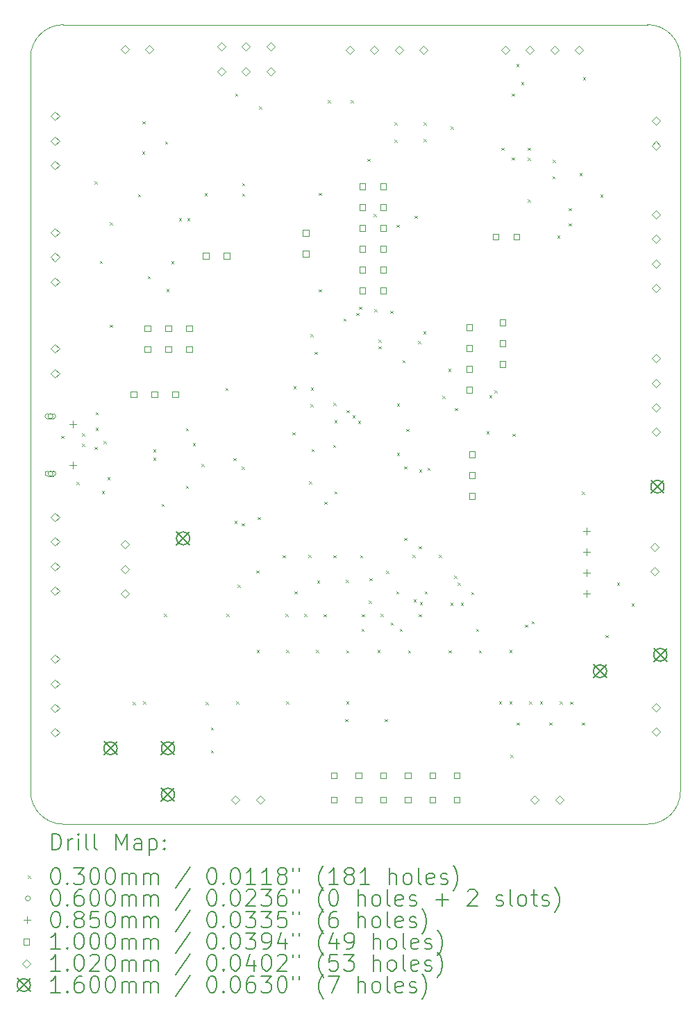
<source format=gbr>
%TF.GenerationSoftware,KiCad,Pcbnew,8.0.7*%
%TF.CreationDate,2025-01-18T17:23:32-06:00*%
%TF.ProjectId,Controls-Leader,436f6e74-726f-46c7-932d-4c6561646572,rev?*%
%TF.SameCoordinates,Original*%
%TF.FileFunction,Drillmap*%
%TF.FilePolarity,Positive*%
%FSLAX45Y45*%
G04 Gerber Fmt 4.5, Leading zero omitted, Abs format (unit mm)*
G04 Created by KiCad (PCBNEW 8.0.7) date 2025-01-18 17:23:32*
%MOMM*%
%LPD*%
G01*
G04 APERTURE LIST*
%ADD10C,0.050000*%
%ADD11C,0.200000*%
%ADD12C,0.100000*%
%ADD13C,0.102000*%
%ADD14C,0.160000*%
G04 APERTURE END LIST*
D10*
X11250000Y-14475000D02*
X11250000Y-5525000D01*
X19175000Y-5525000D02*
X19175000Y-14475000D01*
X18775000Y-5125000D02*
G75*
G02*
X19175000Y-5525000I0J-400000D01*
G01*
X18775000Y-14875000D02*
X11650000Y-14875000D01*
X11650000Y-5125000D02*
X18775000Y-5125000D01*
X11250000Y-5525000D02*
G75*
G02*
X11650000Y-5125000I400000J0D01*
G01*
X11650000Y-14875000D02*
G75*
G02*
X11250000Y-14475000I0J400000D01*
G01*
X19175000Y-14475000D02*
G75*
G02*
X18775000Y-14875000I-400000J0D01*
G01*
D11*
D12*
X11622250Y-10140500D02*
X11652250Y-10170500D01*
X11652250Y-10140500D02*
X11622250Y-10170500D01*
X11810000Y-10700000D02*
X11840000Y-10730000D01*
X11840000Y-10700000D02*
X11810000Y-10730000D01*
X11880000Y-10107250D02*
X11910000Y-10137250D01*
X11910000Y-10107250D02*
X11880000Y-10137250D01*
X11880000Y-10238000D02*
X11910000Y-10268000D01*
X11910000Y-10238000D02*
X11880000Y-10268000D01*
X12028750Y-7037500D02*
X12058750Y-7067500D01*
X12058750Y-7037500D02*
X12028750Y-7067500D01*
X12032000Y-10273000D02*
X12062000Y-10303000D01*
X12062000Y-10273000D02*
X12032000Y-10303000D01*
X12043000Y-9853000D02*
X12073000Y-9883000D01*
X12073000Y-9853000D02*
X12043000Y-9883000D01*
X12043000Y-10043000D02*
X12073000Y-10073000D01*
X12073000Y-10043000D02*
X12043000Y-10073000D01*
X12093750Y-8006600D02*
X12123750Y-8036600D01*
X12123750Y-8006600D02*
X12093750Y-8036600D01*
X12120000Y-10810000D02*
X12150000Y-10840000D01*
X12150000Y-10810000D02*
X12120000Y-10840000D01*
X12139000Y-10201500D02*
X12169000Y-10231500D01*
X12169000Y-10201500D02*
X12139000Y-10231500D01*
X12187569Y-10644569D02*
X12217569Y-10674569D01*
X12217569Y-10644569D02*
X12187569Y-10674569D01*
X12215000Y-7535000D02*
X12245000Y-7565000D01*
X12245000Y-7535000D02*
X12215000Y-7565000D01*
X12215000Y-8785000D02*
X12245000Y-8815000D01*
X12245000Y-8785000D02*
X12215000Y-8815000D01*
X12494000Y-13385000D02*
X12524000Y-13415000D01*
X12524000Y-13385000D02*
X12494000Y-13415000D01*
X12560500Y-7192500D02*
X12590500Y-7222500D01*
X12590500Y-7192500D02*
X12560500Y-7222500D01*
X12610800Y-6671000D02*
X12640800Y-6701000D01*
X12640800Y-6671000D02*
X12610800Y-6701000D01*
X12615000Y-6305000D02*
X12645000Y-6335000D01*
X12645000Y-6305000D02*
X12615000Y-6335000D01*
X12621500Y-13378500D02*
X12651500Y-13408500D01*
X12651500Y-13378500D02*
X12621500Y-13408500D01*
X12678750Y-8190000D02*
X12708750Y-8220000D01*
X12708750Y-8190000D02*
X12678750Y-8220000D01*
X12745172Y-10406481D02*
X12775172Y-10436481D01*
X12775172Y-10406481D02*
X12745172Y-10436481D01*
X12745459Y-10306153D02*
X12775459Y-10336153D01*
X12775459Y-10306153D02*
X12745459Y-10336153D01*
X12847500Y-10967500D02*
X12877500Y-10997500D01*
X12877500Y-10967500D02*
X12847500Y-10997500D01*
X12875500Y-12312000D02*
X12905500Y-12342000D01*
X12905500Y-12312000D02*
X12875500Y-12342000D01*
X12890000Y-6547500D02*
X12920000Y-6577500D01*
X12920000Y-6547500D02*
X12890000Y-6577500D01*
X12906000Y-8349000D02*
X12936000Y-8379000D01*
X12936000Y-8349000D02*
X12906000Y-8379000D01*
X12965000Y-8010000D02*
X12995000Y-8040000D01*
X12995000Y-8010000D02*
X12965000Y-8040000D01*
X13060000Y-7485000D02*
X13090000Y-7515000D01*
X13090000Y-7485000D02*
X13060000Y-7515000D01*
X13142500Y-10047500D02*
X13172500Y-10077500D01*
X13172500Y-10047500D02*
X13142500Y-10077500D01*
X13144000Y-10749750D02*
X13174000Y-10779750D01*
X13174000Y-10749750D02*
X13144000Y-10779750D01*
X13160000Y-7485000D02*
X13190000Y-7515000D01*
X13190000Y-7485000D02*
X13160000Y-7515000D01*
X13230306Y-10229694D02*
X13260306Y-10259694D01*
X13260306Y-10229694D02*
X13230306Y-10259694D01*
X13335000Y-10480000D02*
X13365000Y-10510000D01*
X13365000Y-10480000D02*
X13335000Y-10510000D01*
X13372800Y-7180000D02*
X13402800Y-7210000D01*
X13402800Y-7180000D02*
X13372800Y-7210000D01*
X13385000Y-13385000D02*
X13415000Y-13415000D01*
X13415000Y-13385000D02*
X13385000Y-13415000D01*
X13450000Y-13695000D02*
X13480000Y-13725000D01*
X13480000Y-13695000D02*
X13450000Y-13725000D01*
X13450000Y-13975000D02*
X13480000Y-14005000D01*
X13480000Y-13975000D02*
X13450000Y-14005000D01*
X13625000Y-9553000D02*
X13655000Y-9583000D01*
X13655000Y-9553000D02*
X13625000Y-9583000D01*
X13637500Y-12312000D02*
X13667500Y-12342000D01*
X13667500Y-12312000D02*
X13637500Y-12342000D01*
X13722000Y-10409500D02*
X13752000Y-10439500D01*
X13752000Y-10409500D02*
X13722000Y-10439500D01*
X13737500Y-11174500D02*
X13767500Y-11204500D01*
X13767500Y-11174500D02*
X13737500Y-11204500D01*
X13745000Y-5965000D02*
X13775000Y-5995000D01*
X13775000Y-5965000D02*
X13745000Y-5995000D01*
X13758500Y-13377500D02*
X13788500Y-13407500D01*
X13788500Y-13377500D02*
X13758500Y-13407500D01*
X13772500Y-11955000D02*
X13802500Y-11985000D01*
X13802500Y-11955000D02*
X13772500Y-11985000D01*
X13825000Y-11205000D02*
X13855000Y-11235000D01*
X13855000Y-11205000D02*
X13825000Y-11235000D01*
X13826014Y-10516014D02*
X13856014Y-10546014D01*
X13856014Y-10516014D02*
X13826014Y-10546014D01*
X13830000Y-7055500D02*
X13860000Y-7085500D01*
X13860000Y-7055500D02*
X13830000Y-7085500D01*
X13830000Y-7182500D02*
X13860000Y-7212500D01*
X13860000Y-7182500D02*
X13830000Y-7212500D01*
X14005000Y-11782750D02*
X14035000Y-11812750D01*
X14035000Y-11782750D02*
X14005000Y-11812750D01*
X14006500Y-12752500D02*
X14036500Y-12782500D01*
X14036500Y-12752500D02*
X14006500Y-12782500D01*
X14019000Y-11130500D02*
X14049000Y-11160500D01*
X14049000Y-11130500D02*
X14019000Y-11160500D01*
X14035000Y-6120000D02*
X14065000Y-6150000D01*
X14065000Y-6120000D02*
X14035000Y-6150000D01*
X14325000Y-11594250D02*
X14355000Y-11624250D01*
X14355000Y-11594250D02*
X14325000Y-11624250D01*
X14360000Y-12310000D02*
X14390000Y-12340000D01*
X14390000Y-12310000D02*
X14360000Y-12340000D01*
X14369000Y-12752500D02*
X14399000Y-12782500D01*
X14399000Y-12752500D02*
X14369000Y-12782500D01*
X14369000Y-13377500D02*
X14399000Y-13407500D01*
X14399000Y-13377500D02*
X14369000Y-13407500D01*
X14445000Y-10095000D02*
X14475000Y-10125000D01*
X14475000Y-10095000D02*
X14445000Y-10125000D01*
X14455000Y-9535000D02*
X14485000Y-9565000D01*
X14485000Y-9535000D02*
X14455000Y-9565000D01*
X14470000Y-12035000D02*
X14500000Y-12065000D01*
X14500000Y-12035000D02*
X14470000Y-12065000D01*
X14589148Y-12312000D02*
X14619148Y-12342000D01*
X14619148Y-12312000D02*
X14589148Y-12342000D01*
X14640000Y-11590000D02*
X14670000Y-11620000D01*
X14670000Y-11590000D02*
X14640000Y-11620000D01*
X14645000Y-10692000D02*
X14675000Y-10722000D01*
X14675000Y-10692000D02*
X14645000Y-10722000D01*
X14663211Y-8900864D02*
X14693211Y-8930864D01*
X14693211Y-8900864D02*
X14663211Y-8930864D01*
X14665000Y-9755000D02*
X14695000Y-9785000D01*
X14695000Y-9755000D02*
X14665000Y-9785000D01*
X14667500Y-9550000D02*
X14697500Y-9580000D01*
X14697500Y-9550000D02*
X14667500Y-9580000D01*
X14676695Y-10301000D02*
X14706695Y-10331000D01*
X14706695Y-10301000D02*
X14676695Y-10331000D01*
X14715000Y-9115599D02*
X14745000Y-9145599D01*
X14745000Y-9115599D02*
X14715000Y-9145599D01*
X14731500Y-12752500D02*
X14761500Y-12782500D01*
X14761500Y-12752500D02*
X14731500Y-12782500D01*
X14745000Y-11905000D02*
X14775000Y-11935000D01*
X14775000Y-11905000D02*
X14745000Y-11935000D01*
X14765000Y-8352500D02*
X14795000Y-8382500D01*
X14795000Y-8352500D02*
X14765000Y-8382500D01*
X14765720Y-7174280D02*
X14795720Y-7204280D01*
X14795720Y-7174280D02*
X14765720Y-7204280D01*
X14825000Y-12315000D02*
X14855000Y-12345000D01*
X14855000Y-12315000D02*
X14825000Y-12345000D01*
X14835000Y-10945000D02*
X14865000Y-10975000D01*
X14865000Y-10945000D02*
X14835000Y-10975000D01*
X14875000Y-6045000D02*
X14905000Y-6075000D01*
X14905000Y-6045000D02*
X14875000Y-6075000D01*
X14940000Y-10250000D02*
X14970000Y-10280000D01*
X14970000Y-10250000D02*
X14940000Y-10280000D01*
X14945000Y-9735000D02*
X14975000Y-9765000D01*
X14975000Y-9735000D02*
X14945000Y-9765000D01*
X14945000Y-11595000D02*
X14975000Y-11625000D01*
X14975000Y-11595000D02*
X14945000Y-11625000D01*
X14955000Y-9950000D02*
X14985000Y-9980000D01*
X14985000Y-9950000D02*
X14955000Y-9980000D01*
X14955000Y-10815000D02*
X14985000Y-10845000D01*
X14985000Y-10815000D02*
X14955000Y-10845000D01*
X15066694Y-8708306D02*
X15096694Y-8738306D01*
X15096694Y-8708306D02*
X15066694Y-8738306D01*
X15087430Y-13593750D02*
X15117430Y-13623750D01*
X15117430Y-13593750D02*
X15087430Y-13623750D01*
X15095000Y-11895000D02*
X15125000Y-11925000D01*
X15125000Y-11895000D02*
X15095000Y-11925000D01*
X15098000Y-12753500D02*
X15128000Y-12783500D01*
X15128000Y-12753500D02*
X15098000Y-12783500D01*
X15098000Y-13378500D02*
X15128000Y-13408500D01*
X15128000Y-13378500D02*
X15098000Y-13408500D01*
X15106000Y-9826000D02*
X15136000Y-9856000D01*
X15136000Y-9826000D02*
X15106000Y-9856000D01*
X15155000Y-6045000D02*
X15185000Y-6075000D01*
X15185000Y-6045000D02*
X15155000Y-6075000D01*
X15175000Y-9888483D02*
X15205000Y-9918483D01*
X15205000Y-9888483D02*
X15175000Y-9918483D01*
X15223486Y-8638532D02*
X15253486Y-8668532D01*
X15253486Y-8638532D02*
X15223486Y-8668532D01*
X15245000Y-9955000D02*
X15275000Y-9985000D01*
X15275000Y-9955000D02*
X15245000Y-9985000D01*
X15255000Y-8565000D02*
X15285000Y-8595000D01*
X15285000Y-8565000D02*
X15255000Y-8595000D01*
X15270000Y-11595000D02*
X15300000Y-11625000D01*
X15300000Y-11595000D02*
X15270000Y-11625000D01*
X15286795Y-12494500D02*
X15316795Y-12524500D01*
X15316795Y-12494500D02*
X15286795Y-12524500D01*
X15290000Y-12315000D02*
X15320000Y-12345000D01*
X15320000Y-12315000D02*
X15290000Y-12345000D01*
X15360000Y-6760000D02*
X15390000Y-6790000D01*
X15390000Y-6760000D02*
X15360000Y-6790000D01*
X15375000Y-12149000D02*
X15405000Y-12179000D01*
X15405000Y-12149000D02*
X15375000Y-12179000D01*
X15385000Y-11875000D02*
X15415000Y-11905000D01*
X15415000Y-11875000D02*
X15385000Y-11905000D01*
X15434000Y-7436000D02*
X15464000Y-7466000D01*
X15464000Y-7436000D02*
X15434000Y-7466000D01*
X15443500Y-8595000D02*
X15473500Y-8625000D01*
X15473500Y-8595000D02*
X15443500Y-8625000D01*
X15481500Y-12752500D02*
X15511500Y-12782500D01*
X15511500Y-12752500D02*
X15481500Y-12782500D01*
X15495000Y-8965000D02*
X15525000Y-8995000D01*
X15525000Y-8965000D02*
X15495000Y-8995000D01*
X15495000Y-9045000D02*
X15525000Y-9075000D01*
X15525000Y-9045000D02*
X15495000Y-9075000D01*
X15520000Y-12310000D02*
X15550000Y-12340000D01*
X15550000Y-12310000D02*
X15520000Y-12340000D01*
X15568965Y-13593750D02*
X15598965Y-13623750D01*
X15598965Y-13593750D02*
X15568965Y-13623750D01*
X15585000Y-11785000D02*
X15615000Y-11815000D01*
X15615000Y-11785000D02*
X15585000Y-11815000D01*
X15635000Y-8615000D02*
X15665000Y-8645000D01*
X15665000Y-8615000D02*
X15635000Y-8645000D01*
X15640000Y-12415000D02*
X15670000Y-12445000D01*
X15670000Y-12415000D02*
X15640000Y-12445000D01*
X15689400Y-6316200D02*
X15719400Y-6346200D01*
X15719400Y-6316200D02*
X15689400Y-6346200D01*
X15689400Y-6526000D02*
X15719400Y-6556000D01*
X15719400Y-6526000D02*
X15689400Y-6556000D01*
X15710500Y-12035000D02*
X15740500Y-12065000D01*
X15740500Y-12035000D02*
X15710500Y-12065000D01*
X15715000Y-7565000D02*
X15745000Y-7595000D01*
X15745000Y-7565000D02*
X15715000Y-7595000D01*
X15717551Y-9745000D02*
X15747551Y-9775000D01*
X15747551Y-9745000D02*
X15717551Y-9775000D01*
X15717551Y-10345000D02*
X15747551Y-10375000D01*
X15747551Y-10345000D02*
X15717551Y-10375000D01*
X15751894Y-12494500D02*
X15781894Y-12524500D01*
X15781894Y-12494500D02*
X15751894Y-12524500D01*
X15785000Y-9215000D02*
X15815000Y-9245000D01*
X15815000Y-9215000D02*
X15785000Y-9245000D01*
X15805000Y-10510000D02*
X15835000Y-10540000D01*
X15835000Y-10510000D02*
X15805000Y-10540000D01*
X15805000Y-11385000D02*
X15835000Y-11415000D01*
X15835000Y-11385000D02*
X15805000Y-11415000D01*
X15831441Y-10054069D02*
X15861441Y-10084069D01*
X15861441Y-10054069D02*
X15831441Y-10084069D01*
X15851500Y-12753500D02*
X15881500Y-12783500D01*
X15881500Y-12753500D02*
X15851500Y-12783500D01*
X15910000Y-11592750D02*
X15940000Y-11622750D01*
X15940000Y-11592750D02*
X15910000Y-11622750D01*
X15920000Y-12131000D02*
X15950000Y-12161000D01*
X15950000Y-12131000D02*
X15920000Y-12161000D01*
X15935000Y-7455000D02*
X15965000Y-7485000D01*
X15965000Y-7455000D02*
X15935000Y-7485000D01*
X15975000Y-8985000D02*
X16005000Y-9015000D01*
X16005000Y-8985000D02*
X15975000Y-9015000D01*
X15985000Y-11485000D02*
X16015000Y-11515000D01*
X16015000Y-11485000D02*
X15985000Y-11515000D01*
X15985000Y-12315000D02*
X16015000Y-12345000D01*
X16015000Y-12315000D02*
X15985000Y-12345000D01*
X15987000Y-10551400D02*
X16017000Y-10581400D01*
X16017000Y-10551400D02*
X15987000Y-10581400D01*
X15996000Y-12169000D02*
X16026000Y-12199000D01*
X16026000Y-12169000D02*
X15996000Y-12199000D01*
X16037500Y-8865000D02*
X16067500Y-8895000D01*
X16067500Y-8865000D02*
X16037500Y-8895000D01*
X16045000Y-6316200D02*
X16075000Y-6346200D01*
X16075000Y-6316200D02*
X16045000Y-6346200D01*
X16045000Y-6519400D02*
X16075000Y-6549400D01*
X16075000Y-6519400D02*
X16045000Y-6549400D01*
X16056250Y-12035000D02*
X16086250Y-12065000D01*
X16086250Y-12035000D02*
X16056250Y-12065000D01*
X16088600Y-10530000D02*
X16118600Y-10560000D01*
X16118600Y-10530000D02*
X16088600Y-10560000D01*
X16230000Y-11590000D02*
X16260000Y-11620000D01*
X16260000Y-11590000D02*
X16230000Y-11620000D01*
X16270000Y-9650000D02*
X16300000Y-9680000D01*
X16300000Y-9650000D02*
X16270000Y-9680000D01*
X16342500Y-9320000D02*
X16372500Y-9350000D01*
X16372500Y-9320000D02*
X16342500Y-9350000D01*
X16348500Y-12753500D02*
X16378500Y-12783500D01*
X16378500Y-12753500D02*
X16348500Y-12783500D01*
X16368000Y-12177000D02*
X16398000Y-12207000D01*
X16398000Y-12177000D02*
X16368000Y-12207000D01*
X16375000Y-6367000D02*
X16405000Y-6397000D01*
X16405000Y-6367000D02*
X16375000Y-6397000D01*
X16417500Y-11845000D02*
X16447500Y-11875000D01*
X16447500Y-11845000D02*
X16417500Y-11875000D01*
X16425000Y-9801000D02*
X16455000Y-9831000D01*
X16455000Y-9801000D02*
X16425000Y-9831000D01*
X16456919Y-11929977D02*
X16486919Y-11959977D01*
X16486919Y-11929977D02*
X16456919Y-11959977D01*
X16495000Y-12177000D02*
X16525000Y-12207000D01*
X16525000Y-12177000D02*
X16495000Y-12207000D01*
X16625000Y-12045000D02*
X16655000Y-12075000D01*
X16655000Y-12045000D02*
X16625000Y-12075000D01*
X16682090Y-12494500D02*
X16712090Y-12524500D01*
X16712090Y-12494500D02*
X16682090Y-12524500D01*
X16718500Y-12753500D02*
X16748500Y-12783500D01*
X16748500Y-12753500D02*
X16718500Y-12783500D01*
X16810000Y-10085000D02*
X16840000Y-10115000D01*
X16840000Y-10085000D02*
X16810000Y-10115000D01*
X16842500Y-9641569D02*
X16872500Y-9671569D01*
X16872500Y-9641569D02*
X16842500Y-9671569D01*
X16905000Y-9585000D02*
X16935000Y-9615000D01*
X16935000Y-9585000D02*
X16905000Y-9615000D01*
X16964000Y-13377500D02*
X16994000Y-13407500D01*
X16994000Y-13377500D02*
X16964000Y-13407500D01*
X16992500Y-6625000D02*
X17022500Y-6655000D01*
X17022500Y-6625000D02*
X16992500Y-6655000D01*
X17091000Y-12752500D02*
X17121000Y-12782500D01*
X17121000Y-12752500D02*
X17091000Y-12782500D01*
X17091000Y-13377500D02*
X17121000Y-13407500D01*
X17121000Y-13377500D02*
X17091000Y-13407500D01*
X17102000Y-14031000D02*
X17132000Y-14061000D01*
X17132000Y-14031000D02*
X17102000Y-14061000D01*
X17117500Y-5966500D02*
X17147500Y-5996500D01*
X17147500Y-5966500D02*
X17117500Y-5996500D01*
X17117500Y-6745000D02*
X17147500Y-6775000D01*
X17147500Y-6745000D02*
X17117500Y-6775000D01*
X17128730Y-10114000D02*
X17158730Y-10144000D01*
X17158730Y-10114000D02*
X17128730Y-10144000D01*
X17175000Y-5605000D02*
X17205000Y-5635000D01*
X17205000Y-5605000D02*
X17175000Y-5635000D01*
X17176250Y-13635000D02*
X17206250Y-13665000D01*
X17206250Y-13635000D02*
X17176250Y-13665000D01*
X17233816Y-5824816D02*
X17263816Y-5854816D01*
X17263816Y-5824816D02*
X17233816Y-5854816D01*
X17280000Y-12440000D02*
X17310000Y-12470000D01*
X17310000Y-12440000D02*
X17280000Y-12470000D01*
X17315000Y-6625000D02*
X17345000Y-6655000D01*
X17345000Y-6625000D02*
X17315000Y-6655000D01*
X17315000Y-6748000D02*
X17345000Y-6778000D01*
X17345000Y-6748000D02*
X17315000Y-6778000D01*
X17315000Y-7255000D02*
X17345000Y-7285000D01*
X17345000Y-7255000D02*
X17315000Y-7285000D01*
X17332500Y-13377500D02*
X17362500Y-13407500D01*
X17362500Y-13377500D02*
X17332500Y-13407500D01*
X17360000Y-12400000D02*
X17390000Y-12430000D01*
X17390000Y-12400000D02*
X17360000Y-12430000D01*
X17461000Y-13378500D02*
X17491000Y-13408500D01*
X17491000Y-13378500D02*
X17461000Y-13408500D01*
X17576250Y-13635000D02*
X17606250Y-13665000D01*
X17606250Y-13635000D02*
X17576250Y-13665000D01*
X17615000Y-6973750D02*
X17645000Y-7003750D01*
X17645000Y-6973750D02*
X17615000Y-7003750D01*
X17619800Y-6773400D02*
X17649800Y-6803400D01*
X17649800Y-6773400D02*
X17619800Y-6803400D01*
X17675000Y-7695000D02*
X17705000Y-7725000D01*
X17705000Y-7695000D02*
X17675000Y-7725000D01*
X17701500Y-13378500D02*
X17731500Y-13408500D01*
X17731500Y-13378500D02*
X17701500Y-13408500D01*
X17815000Y-7360000D02*
X17845000Y-7390000D01*
X17845000Y-7360000D02*
X17815000Y-7390000D01*
X17815000Y-7550000D02*
X17845000Y-7580000D01*
X17845000Y-7550000D02*
X17815000Y-7580000D01*
X17830000Y-13380000D02*
X17860000Y-13410000D01*
X17860000Y-13380000D02*
X17830000Y-13410000D01*
X17945000Y-6935000D02*
X17975000Y-6965000D01*
X17975000Y-6935000D02*
X17945000Y-6965000D01*
X17973242Y-10821150D02*
X18003242Y-10851150D01*
X18003242Y-10821150D02*
X17973242Y-10851150D01*
X17976250Y-13635000D02*
X18006250Y-13665000D01*
X18006250Y-13635000D02*
X17976250Y-13665000D01*
X17985806Y-5764194D02*
X18015806Y-5794194D01*
X18015806Y-5764194D02*
X17985806Y-5794194D01*
X18200000Y-7195000D02*
X18230000Y-7225000D01*
X18230000Y-7195000D02*
X18200000Y-7225000D01*
X18262500Y-12570000D02*
X18292500Y-12600000D01*
X18292500Y-12570000D02*
X18262500Y-12600000D01*
X18400000Y-11928550D02*
X18430000Y-11958550D01*
X18430000Y-11928550D02*
X18400000Y-11958550D01*
X18577500Y-12182500D02*
X18607500Y-12212500D01*
X18607500Y-12182500D02*
X18577500Y-12212500D01*
X11522250Y-9899750D02*
G75*
G02*
X11462250Y-9899750I-30000J0D01*
G01*
X11462250Y-9899750D02*
G75*
G02*
X11522250Y-9899750I30000J0D01*
G01*
X11457250Y-9929750D02*
X11527250Y-9929750D01*
X11527250Y-9869750D02*
G75*
G02*
X11527250Y-9929750I0J-30000D01*
G01*
X11527250Y-9869750D02*
X11457250Y-9869750D01*
X11457250Y-9869750D02*
G75*
G03*
X11457250Y-9929750I0J-30000D01*
G01*
X11522250Y-10599750D02*
G75*
G02*
X11462250Y-10599750I-30000J0D01*
G01*
X11462250Y-10599750D02*
G75*
G02*
X11522250Y-10599750I30000J0D01*
G01*
X11527250Y-10569750D02*
X11457250Y-10569750D01*
X11457250Y-10629750D02*
G75*
G02*
X11457250Y-10569750I0J30000D01*
G01*
X11457250Y-10629750D02*
X11527250Y-10629750D01*
X11527250Y-10629750D02*
G75*
G03*
X11527250Y-10569750I0J30000D01*
G01*
X11762250Y-9957250D02*
X11762250Y-10042250D01*
X11719750Y-9999750D02*
X11804750Y-9999750D01*
X11762250Y-10457250D02*
X11762250Y-10542250D01*
X11719750Y-10499750D02*
X11804750Y-10499750D01*
X18034000Y-11260500D02*
X18034000Y-11345500D01*
X17991500Y-11303000D02*
X18076500Y-11303000D01*
X18034000Y-11514500D02*
X18034000Y-11599500D01*
X17991500Y-11557000D02*
X18076500Y-11557000D01*
X18034000Y-11768500D02*
X18034000Y-11853500D01*
X17991500Y-11811000D02*
X18076500Y-11811000D01*
X18034000Y-12022500D02*
X18034000Y-12107500D01*
X17991500Y-12065000D02*
X18076500Y-12065000D01*
X12543356Y-9670356D02*
X12543356Y-9599644D01*
X12472644Y-9599644D01*
X12472644Y-9670356D01*
X12543356Y-9670356D01*
X12712356Y-8865356D02*
X12712356Y-8794644D01*
X12641644Y-8794644D01*
X12641644Y-8865356D01*
X12712356Y-8865356D01*
X12712356Y-9119356D02*
X12712356Y-9048644D01*
X12641644Y-9048644D01*
X12641644Y-9119356D01*
X12712356Y-9119356D01*
X12797356Y-9670356D02*
X12797356Y-9599644D01*
X12726644Y-9599644D01*
X12726644Y-9670356D01*
X12797356Y-9670356D01*
X12966356Y-8865356D02*
X12966356Y-8794644D01*
X12895644Y-8794644D01*
X12895644Y-8865356D01*
X12966356Y-8865356D01*
X12966356Y-9119356D02*
X12966356Y-9048644D01*
X12895644Y-9048644D01*
X12895644Y-9119356D01*
X12966356Y-9119356D01*
X13051356Y-9670356D02*
X13051356Y-9599644D01*
X12980644Y-9599644D01*
X12980644Y-9670356D01*
X13051356Y-9670356D01*
X13220356Y-8865356D02*
X13220356Y-8794644D01*
X13149644Y-8794644D01*
X13149644Y-8865356D01*
X13220356Y-8865356D01*
X13220356Y-9119356D02*
X13220356Y-9048644D01*
X13149644Y-9048644D01*
X13149644Y-9119356D01*
X13220356Y-9119356D01*
X13423156Y-7978156D02*
X13423156Y-7907444D01*
X13352444Y-7907444D01*
X13352444Y-7978156D01*
X13423156Y-7978156D01*
X13677156Y-7978156D02*
X13677156Y-7907444D01*
X13606444Y-7907444D01*
X13606444Y-7978156D01*
X13677156Y-7978156D01*
X14642356Y-7699256D02*
X14642356Y-7628544D01*
X14571644Y-7628544D01*
X14571644Y-7699256D01*
X14642356Y-7699256D01*
X14642356Y-7953256D02*
X14642356Y-7882544D01*
X14571644Y-7882544D01*
X14571644Y-7953256D01*
X14642356Y-7953256D01*
X14985356Y-14315356D02*
X14985356Y-14244644D01*
X14914644Y-14244644D01*
X14914644Y-14315356D01*
X14985356Y-14315356D01*
X14985356Y-14615356D02*
X14985356Y-14544644D01*
X14914644Y-14544644D01*
X14914644Y-14615356D01*
X14985356Y-14615356D01*
X15285356Y-14315356D02*
X15285356Y-14244644D01*
X15214644Y-14244644D01*
X15214644Y-14315356D01*
X15285356Y-14315356D01*
X15285356Y-14615356D02*
X15285356Y-14544644D01*
X15214644Y-14544644D01*
X15214644Y-14615356D01*
X15285356Y-14615356D01*
X15331356Y-7133356D02*
X15331356Y-7062644D01*
X15260644Y-7062644D01*
X15260644Y-7133356D01*
X15331356Y-7133356D01*
X15331356Y-7387356D02*
X15331356Y-7316644D01*
X15260644Y-7316644D01*
X15260644Y-7387356D01*
X15331356Y-7387356D01*
X15331356Y-7641356D02*
X15331356Y-7570644D01*
X15260644Y-7570644D01*
X15260644Y-7641356D01*
X15331356Y-7641356D01*
X15331356Y-7895356D02*
X15331356Y-7824644D01*
X15260644Y-7824644D01*
X15260644Y-7895356D01*
X15331356Y-7895356D01*
X15331356Y-8149356D02*
X15331356Y-8078644D01*
X15260644Y-8078644D01*
X15260644Y-8149356D01*
X15331356Y-8149356D01*
X15331356Y-8403356D02*
X15331356Y-8332644D01*
X15260644Y-8332644D01*
X15260644Y-8403356D01*
X15331356Y-8403356D01*
X15585356Y-7133356D02*
X15585356Y-7062644D01*
X15514644Y-7062644D01*
X15514644Y-7133356D01*
X15585356Y-7133356D01*
X15585356Y-7387356D02*
X15585356Y-7316644D01*
X15514644Y-7316644D01*
X15514644Y-7387356D01*
X15585356Y-7387356D01*
X15585356Y-7641356D02*
X15585356Y-7570644D01*
X15514644Y-7570644D01*
X15514644Y-7641356D01*
X15585356Y-7641356D01*
X15585356Y-7895356D02*
X15585356Y-7824644D01*
X15514644Y-7824644D01*
X15514644Y-7895356D01*
X15585356Y-7895356D01*
X15585356Y-8149356D02*
X15585356Y-8078644D01*
X15514644Y-8078644D01*
X15514644Y-8149356D01*
X15585356Y-8149356D01*
X15585356Y-8403356D02*
X15585356Y-8332644D01*
X15514644Y-8332644D01*
X15514644Y-8403356D01*
X15585356Y-8403356D01*
X15585356Y-14315356D02*
X15585356Y-14244644D01*
X15514644Y-14244644D01*
X15514644Y-14315356D01*
X15585356Y-14315356D01*
X15585356Y-14615356D02*
X15585356Y-14544644D01*
X15514644Y-14544644D01*
X15514644Y-14615356D01*
X15585356Y-14615356D01*
X15885356Y-14315356D02*
X15885356Y-14244644D01*
X15814644Y-14244644D01*
X15814644Y-14315356D01*
X15885356Y-14315356D01*
X15885356Y-14615356D02*
X15885356Y-14544644D01*
X15814644Y-14544644D01*
X15814644Y-14615356D01*
X15885356Y-14615356D01*
X16185356Y-14315356D02*
X16185356Y-14244644D01*
X16114644Y-14244644D01*
X16114644Y-14315356D01*
X16185356Y-14315356D01*
X16185356Y-14615356D02*
X16185356Y-14544644D01*
X16114644Y-14544644D01*
X16114644Y-14615356D01*
X16185356Y-14615356D01*
X16485356Y-14315356D02*
X16485356Y-14244644D01*
X16414644Y-14244644D01*
X16414644Y-14315356D01*
X16485356Y-14315356D01*
X16485356Y-14615356D02*
X16485356Y-14544644D01*
X16414644Y-14544644D01*
X16414644Y-14615356D01*
X16485356Y-14615356D01*
X16635356Y-8852356D02*
X16635356Y-8781644D01*
X16564644Y-8781644D01*
X16564644Y-8852356D01*
X16635356Y-8852356D01*
X16635356Y-9106356D02*
X16635356Y-9035644D01*
X16564644Y-9035644D01*
X16564644Y-9106356D01*
X16635356Y-9106356D01*
X16635356Y-9360356D02*
X16635356Y-9289644D01*
X16564644Y-9289644D01*
X16564644Y-9360356D01*
X16635356Y-9360356D01*
X16635356Y-9614356D02*
X16635356Y-9543644D01*
X16564644Y-9543644D01*
X16564644Y-9614356D01*
X16635356Y-9614356D01*
X16670356Y-10401356D02*
X16670356Y-10330644D01*
X16599644Y-10330644D01*
X16599644Y-10401356D01*
X16670356Y-10401356D01*
X16670356Y-10655356D02*
X16670356Y-10584644D01*
X16599644Y-10584644D01*
X16599644Y-10655356D01*
X16670356Y-10655356D01*
X16670356Y-10909356D02*
X16670356Y-10838644D01*
X16599644Y-10838644D01*
X16599644Y-10909356D01*
X16670356Y-10909356D01*
X16958856Y-7745356D02*
X16958856Y-7674644D01*
X16888144Y-7674644D01*
X16888144Y-7745356D01*
X16958856Y-7745356D01*
X17044356Y-8791356D02*
X17044356Y-8720644D01*
X16973644Y-8720644D01*
X16973644Y-8791356D01*
X17044356Y-8791356D01*
X17044356Y-9045356D02*
X17044356Y-8974644D01*
X16973644Y-8974644D01*
X16973644Y-9045356D01*
X17044356Y-9045356D01*
X17044356Y-9299356D02*
X17044356Y-9228644D01*
X16973644Y-9228644D01*
X16973644Y-9299356D01*
X17044356Y-9299356D01*
X17212856Y-7745356D02*
X17212856Y-7674644D01*
X17142144Y-7674644D01*
X17142144Y-7745356D01*
X17212856Y-7745356D01*
D13*
X11550000Y-6290000D02*
X11601000Y-6239000D01*
X11550000Y-6188000D01*
X11499000Y-6239000D01*
X11550000Y-6290000D01*
X11550000Y-6590000D02*
X11601000Y-6539000D01*
X11550000Y-6488000D01*
X11499000Y-6539000D01*
X11550000Y-6590000D01*
X11550000Y-6890000D02*
X11601000Y-6839000D01*
X11550000Y-6788000D01*
X11499000Y-6839000D01*
X11550000Y-6890000D01*
X11550000Y-7712000D02*
X11601000Y-7661000D01*
X11550000Y-7610000D01*
X11499000Y-7661000D01*
X11550000Y-7712000D01*
X11550000Y-8012000D02*
X11601000Y-7961000D01*
X11550000Y-7910000D01*
X11499000Y-7961000D01*
X11550000Y-8012000D01*
X11550000Y-8312000D02*
X11601000Y-8261000D01*
X11550000Y-8210000D01*
X11499000Y-8261000D01*
X11550000Y-8312000D01*
X11550000Y-9129000D02*
X11601000Y-9078000D01*
X11550000Y-9027000D01*
X11499000Y-9078000D01*
X11550000Y-9129000D01*
X11550000Y-9429000D02*
X11601000Y-9378000D01*
X11550000Y-9327000D01*
X11499000Y-9378000D01*
X11550000Y-9429000D01*
X11550000Y-11180000D02*
X11601000Y-11129000D01*
X11550000Y-11078000D01*
X11499000Y-11129000D01*
X11550000Y-11180000D01*
X11550000Y-11480000D02*
X11601000Y-11429000D01*
X11550000Y-11378000D01*
X11499000Y-11429000D01*
X11550000Y-11480000D01*
X11550000Y-11780000D02*
X11601000Y-11729000D01*
X11550000Y-11678000D01*
X11499000Y-11729000D01*
X11550000Y-11780000D01*
X11550000Y-12080000D02*
X11601000Y-12029000D01*
X11550000Y-11978000D01*
X11499000Y-12029000D01*
X11550000Y-12080000D01*
X11550000Y-12911000D02*
X11601000Y-12860000D01*
X11550000Y-12809000D01*
X11499000Y-12860000D01*
X11550000Y-12911000D01*
X11550000Y-13211000D02*
X11601000Y-13160000D01*
X11550000Y-13109000D01*
X11499000Y-13160000D01*
X11550000Y-13211000D01*
X11550000Y-13511000D02*
X11601000Y-13460000D01*
X11550000Y-13409000D01*
X11499000Y-13460000D01*
X11550000Y-13511000D01*
X11550000Y-13811000D02*
X11601000Y-13760000D01*
X11550000Y-13709000D01*
X11499000Y-13760000D01*
X11550000Y-13811000D01*
X12397000Y-11516000D02*
X12448000Y-11465000D01*
X12397000Y-11414000D01*
X12346000Y-11465000D01*
X12397000Y-11516000D01*
X12397000Y-11816000D02*
X12448000Y-11765000D01*
X12397000Y-11714000D01*
X12346000Y-11765000D01*
X12397000Y-11816000D01*
X12397000Y-12116000D02*
X12448000Y-12065000D01*
X12397000Y-12014000D01*
X12346000Y-12065000D01*
X12397000Y-12116000D01*
X12398000Y-5480000D02*
X12449000Y-5429000D01*
X12398000Y-5378000D01*
X12347000Y-5429000D01*
X12398000Y-5480000D01*
X12698000Y-5480000D02*
X12749000Y-5429000D01*
X12698000Y-5378000D01*
X12647000Y-5429000D01*
X12698000Y-5480000D01*
X13578000Y-5446000D02*
X13629000Y-5395000D01*
X13578000Y-5344000D01*
X13527000Y-5395000D01*
X13578000Y-5446000D01*
X13578000Y-5746000D02*
X13629000Y-5695000D01*
X13578000Y-5644000D01*
X13527000Y-5695000D01*
X13578000Y-5746000D01*
X13750000Y-14631000D02*
X13801000Y-14580000D01*
X13750000Y-14529000D01*
X13699000Y-14580000D01*
X13750000Y-14631000D01*
X13878000Y-5446000D02*
X13929000Y-5395000D01*
X13878000Y-5344000D01*
X13827000Y-5395000D01*
X13878000Y-5446000D01*
X13878000Y-5746000D02*
X13929000Y-5695000D01*
X13878000Y-5644000D01*
X13827000Y-5695000D01*
X13878000Y-5746000D01*
X14050000Y-14631000D02*
X14101000Y-14580000D01*
X14050000Y-14529000D01*
X13999000Y-14580000D01*
X14050000Y-14631000D01*
X14178000Y-5446000D02*
X14229000Y-5395000D01*
X14178000Y-5344000D01*
X14127000Y-5395000D01*
X14178000Y-5446000D01*
X14178000Y-5746000D02*
X14229000Y-5695000D01*
X14178000Y-5644000D01*
X14127000Y-5695000D01*
X14178000Y-5746000D01*
X15143000Y-5488000D02*
X15194000Y-5437000D01*
X15143000Y-5386000D01*
X15092000Y-5437000D01*
X15143000Y-5488000D01*
X15443000Y-5488000D02*
X15494000Y-5437000D01*
X15443000Y-5386000D01*
X15392000Y-5437000D01*
X15443000Y-5488000D01*
X15743000Y-5488000D02*
X15794000Y-5437000D01*
X15743000Y-5386000D01*
X15692000Y-5437000D01*
X15743000Y-5488000D01*
X16043000Y-5488000D02*
X16094000Y-5437000D01*
X16043000Y-5386000D01*
X15992000Y-5437000D01*
X16043000Y-5488000D01*
X17039000Y-5488000D02*
X17090000Y-5437000D01*
X17039000Y-5386000D01*
X16988000Y-5437000D01*
X17039000Y-5488000D01*
X17339000Y-5488000D02*
X17390000Y-5437000D01*
X17339000Y-5386000D01*
X17288000Y-5437000D01*
X17339000Y-5488000D01*
X17400000Y-14631000D02*
X17451000Y-14580000D01*
X17400000Y-14529000D01*
X17349000Y-14580000D01*
X17400000Y-14631000D01*
X17639000Y-5488000D02*
X17690000Y-5437000D01*
X17639000Y-5386000D01*
X17588000Y-5437000D01*
X17639000Y-5488000D01*
X17700000Y-14631000D02*
X17751000Y-14580000D01*
X17700000Y-14529000D01*
X17649000Y-14580000D01*
X17700000Y-14631000D01*
X17939000Y-5488000D02*
X17990000Y-5437000D01*
X17939000Y-5386000D01*
X17888000Y-5437000D01*
X17939000Y-5488000D01*
X18863000Y-11543000D02*
X18914000Y-11492000D01*
X18863000Y-11441000D01*
X18812000Y-11492000D01*
X18863000Y-11543000D01*
X18863000Y-11843000D02*
X18914000Y-11792000D01*
X18863000Y-11741000D01*
X18812000Y-11792000D01*
X18863000Y-11843000D01*
X18874000Y-6349000D02*
X18925000Y-6298000D01*
X18874000Y-6247000D01*
X18823000Y-6298000D01*
X18874000Y-6349000D01*
X18874000Y-6649000D02*
X18925000Y-6598000D01*
X18874000Y-6547000D01*
X18823000Y-6598000D01*
X18874000Y-6649000D01*
X18874000Y-7490000D02*
X18925000Y-7439000D01*
X18874000Y-7388000D01*
X18823000Y-7439000D01*
X18874000Y-7490000D01*
X18874000Y-7790000D02*
X18925000Y-7739000D01*
X18874000Y-7688000D01*
X18823000Y-7739000D01*
X18874000Y-7790000D01*
X18874000Y-8090000D02*
X18925000Y-8039000D01*
X18874000Y-7988000D01*
X18823000Y-8039000D01*
X18874000Y-8090000D01*
X18874000Y-8390000D02*
X18925000Y-8339000D01*
X18874000Y-8288000D01*
X18823000Y-8339000D01*
X18874000Y-8390000D01*
X18874000Y-9245000D02*
X18925000Y-9194000D01*
X18874000Y-9143000D01*
X18823000Y-9194000D01*
X18874000Y-9245000D01*
X18874000Y-9545000D02*
X18925000Y-9494000D01*
X18874000Y-9443000D01*
X18823000Y-9494000D01*
X18874000Y-9545000D01*
X18874000Y-9845000D02*
X18925000Y-9794000D01*
X18874000Y-9743000D01*
X18823000Y-9794000D01*
X18874000Y-9845000D01*
X18874000Y-10145000D02*
X18925000Y-10094000D01*
X18874000Y-10043000D01*
X18823000Y-10094000D01*
X18874000Y-10145000D01*
X18874000Y-13501000D02*
X18925000Y-13450000D01*
X18874000Y-13399000D01*
X18823000Y-13450000D01*
X18874000Y-13501000D01*
X18874000Y-13801000D02*
X18925000Y-13750000D01*
X18874000Y-13699000D01*
X18823000Y-13750000D01*
X18874000Y-13801000D01*
D14*
X12145000Y-13870000D02*
X12305000Y-14030000D01*
X12305000Y-13870000D02*
X12145000Y-14030000D01*
X12305000Y-13950000D02*
G75*
G02*
X12145000Y-13950000I-80000J0D01*
G01*
X12145000Y-13950000D02*
G75*
G02*
X12305000Y-13950000I80000J0D01*
G01*
X12845000Y-13870000D02*
X13005000Y-14030000D01*
X13005000Y-13870000D02*
X12845000Y-14030000D01*
X13005000Y-13950000D02*
G75*
G02*
X12845000Y-13950000I-80000J0D01*
G01*
X12845000Y-13950000D02*
G75*
G02*
X13005000Y-13950000I80000J0D01*
G01*
X12845000Y-14435000D02*
X13005000Y-14595000D01*
X13005000Y-14435000D02*
X12845000Y-14595000D01*
X13005000Y-14515000D02*
G75*
G02*
X12845000Y-14515000I-80000J0D01*
G01*
X12845000Y-14515000D02*
G75*
G02*
X13005000Y-14515000I80000J0D01*
G01*
X13030000Y-11310000D02*
X13190000Y-11470000D01*
X13190000Y-11310000D02*
X13030000Y-11470000D01*
X13190000Y-11390000D02*
G75*
G02*
X13030000Y-11390000I-80000J0D01*
G01*
X13030000Y-11390000D02*
G75*
G02*
X13190000Y-11390000I80000J0D01*
G01*
X18115000Y-12930000D02*
X18275000Y-13090000D01*
X18275000Y-12930000D02*
X18115000Y-13090000D01*
X18275000Y-13010000D02*
G75*
G02*
X18115000Y-13010000I-80000J0D01*
G01*
X18115000Y-13010000D02*
G75*
G02*
X18275000Y-13010000I80000J0D01*
G01*
X18815000Y-10679000D02*
X18975000Y-10839000D01*
X18975000Y-10679000D02*
X18815000Y-10839000D01*
X18975000Y-10759000D02*
G75*
G02*
X18815000Y-10759000I-80000J0D01*
G01*
X18815000Y-10759000D02*
G75*
G02*
X18975000Y-10759000I80000J0D01*
G01*
X18850000Y-12730000D02*
X19010000Y-12890000D01*
X19010000Y-12730000D02*
X18850000Y-12890000D01*
X19010000Y-12810000D02*
G75*
G02*
X18850000Y-12810000I-80000J0D01*
G01*
X18850000Y-12810000D02*
G75*
G02*
X19010000Y-12810000I80000J0D01*
G01*
D11*
X11508277Y-15188984D02*
X11508277Y-14988984D01*
X11508277Y-14988984D02*
X11555896Y-14988984D01*
X11555896Y-14988984D02*
X11584467Y-14998508D01*
X11584467Y-14998508D02*
X11603515Y-15017555D01*
X11603515Y-15017555D02*
X11613039Y-15036603D01*
X11613039Y-15036603D02*
X11622562Y-15074698D01*
X11622562Y-15074698D02*
X11622562Y-15103269D01*
X11622562Y-15103269D02*
X11613039Y-15141365D01*
X11613039Y-15141365D02*
X11603515Y-15160412D01*
X11603515Y-15160412D02*
X11584467Y-15179460D01*
X11584467Y-15179460D02*
X11555896Y-15188984D01*
X11555896Y-15188984D02*
X11508277Y-15188984D01*
X11708277Y-15188984D02*
X11708277Y-15055650D01*
X11708277Y-15093746D02*
X11717801Y-15074698D01*
X11717801Y-15074698D02*
X11727324Y-15065174D01*
X11727324Y-15065174D02*
X11746372Y-15055650D01*
X11746372Y-15055650D02*
X11765420Y-15055650D01*
X11832086Y-15188984D02*
X11832086Y-15055650D01*
X11832086Y-14988984D02*
X11822562Y-14998508D01*
X11822562Y-14998508D02*
X11832086Y-15008031D01*
X11832086Y-15008031D02*
X11841610Y-14998508D01*
X11841610Y-14998508D02*
X11832086Y-14988984D01*
X11832086Y-14988984D02*
X11832086Y-15008031D01*
X11955896Y-15188984D02*
X11936848Y-15179460D01*
X11936848Y-15179460D02*
X11927324Y-15160412D01*
X11927324Y-15160412D02*
X11927324Y-14988984D01*
X12060658Y-15188984D02*
X12041610Y-15179460D01*
X12041610Y-15179460D02*
X12032086Y-15160412D01*
X12032086Y-15160412D02*
X12032086Y-14988984D01*
X12289229Y-15188984D02*
X12289229Y-14988984D01*
X12289229Y-14988984D02*
X12355896Y-15131841D01*
X12355896Y-15131841D02*
X12422562Y-14988984D01*
X12422562Y-14988984D02*
X12422562Y-15188984D01*
X12603515Y-15188984D02*
X12603515Y-15084222D01*
X12603515Y-15084222D02*
X12593991Y-15065174D01*
X12593991Y-15065174D02*
X12574943Y-15055650D01*
X12574943Y-15055650D02*
X12536848Y-15055650D01*
X12536848Y-15055650D02*
X12517801Y-15065174D01*
X12603515Y-15179460D02*
X12584467Y-15188984D01*
X12584467Y-15188984D02*
X12536848Y-15188984D01*
X12536848Y-15188984D02*
X12517801Y-15179460D01*
X12517801Y-15179460D02*
X12508277Y-15160412D01*
X12508277Y-15160412D02*
X12508277Y-15141365D01*
X12508277Y-15141365D02*
X12517801Y-15122317D01*
X12517801Y-15122317D02*
X12536848Y-15112793D01*
X12536848Y-15112793D02*
X12584467Y-15112793D01*
X12584467Y-15112793D02*
X12603515Y-15103269D01*
X12698753Y-15055650D02*
X12698753Y-15255650D01*
X12698753Y-15065174D02*
X12717801Y-15055650D01*
X12717801Y-15055650D02*
X12755896Y-15055650D01*
X12755896Y-15055650D02*
X12774943Y-15065174D01*
X12774943Y-15065174D02*
X12784467Y-15074698D01*
X12784467Y-15074698D02*
X12793991Y-15093746D01*
X12793991Y-15093746D02*
X12793991Y-15150888D01*
X12793991Y-15150888D02*
X12784467Y-15169936D01*
X12784467Y-15169936D02*
X12774943Y-15179460D01*
X12774943Y-15179460D02*
X12755896Y-15188984D01*
X12755896Y-15188984D02*
X12717801Y-15188984D01*
X12717801Y-15188984D02*
X12698753Y-15179460D01*
X12879705Y-15169936D02*
X12889229Y-15179460D01*
X12889229Y-15179460D02*
X12879705Y-15188984D01*
X12879705Y-15188984D02*
X12870182Y-15179460D01*
X12870182Y-15179460D02*
X12879705Y-15169936D01*
X12879705Y-15169936D02*
X12879705Y-15188984D01*
X12879705Y-15065174D02*
X12889229Y-15074698D01*
X12889229Y-15074698D02*
X12879705Y-15084222D01*
X12879705Y-15084222D02*
X12870182Y-15074698D01*
X12870182Y-15074698D02*
X12879705Y-15065174D01*
X12879705Y-15065174D02*
X12879705Y-15084222D01*
D12*
X11217500Y-15502500D02*
X11247500Y-15532500D01*
X11247500Y-15502500D02*
X11217500Y-15532500D01*
D11*
X11546372Y-15408984D02*
X11565420Y-15408984D01*
X11565420Y-15408984D02*
X11584467Y-15418508D01*
X11584467Y-15418508D02*
X11593991Y-15428031D01*
X11593991Y-15428031D02*
X11603515Y-15447079D01*
X11603515Y-15447079D02*
X11613039Y-15485174D01*
X11613039Y-15485174D02*
X11613039Y-15532793D01*
X11613039Y-15532793D02*
X11603515Y-15570888D01*
X11603515Y-15570888D02*
X11593991Y-15589936D01*
X11593991Y-15589936D02*
X11584467Y-15599460D01*
X11584467Y-15599460D02*
X11565420Y-15608984D01*
X11565420Y-15608984D02*
X11546372Y-15608984D01*
X11546372Y-15608984D02*
X11527324Y-15599460D01*
X11527324Y-15599460D02*
X11517801Y-15589936D01*
X11517801Y-15589936D02*
X11508277Y-15570888D01*
X11508277Y-15570888D02*
X11498753Y-15532793D01*
X11498753Y-15532793D02*
X11498753Y-15485174D01*
X11498753Y-15485174D02*
X11508277Y-15447079D01*
X11508277Y-15447079D02*
X11517801Y-15428031D01*
X11517801Y-15428031D02*
X11527324Y-15418508D01*
X11527324Y-15418508D02*
X11546372Y-15408984D01*
X11698753Y-15589936D02*
X11708277Y-15599460D01*
X11708277Y-15599460D02*
X11698753Y-15608984D01*
X11698753Y-15608984D02*
X11689229Y-15599460D01*
X11689229Y-15599460D02*
X11698753Y-15589936D01*
X11698753Y-15589936D02*
X11698753Y-15608984D01*
X11774943Y-15408984D02*
X11898753Y-15408984D01*
X11898753Y-15408984D02*
X11832086Y-15485174D01*
X11832086Y-15485174D02*
X11860658Y-15485174D01*
X11860658Y-15485174D02*
X11879705Y-15494698D01*
X11879705Y-15494698D02*
X11889229Y-15504222D01*
X11889229Y-15504222D02*
X11898753Y-15523269D01*
X11898753Y-15523269D02*
X11898753Y-15570888D01*
X11898753Y-15570888D02*
X11889229Y-15589936D01*
X11889229Y-15589936D02*
X11879705Y-15599460D01*
X11879705Y-15599460D02*
X11860658Y-15608984D01*
X11860658Y-15608984D02*
X11803515Y-15608984D01*
X11803515Y-15608984D02*
X11784467Y-15599460D01*
X11784467Y-15599460D02*
X11774943Y-15589936D01*
X12022562Y-15408984D02*
X12041610Y-15408984D01*
X12041610Y-15408984D02*
X12060658Y-15418508D01*
X12060658Y-15418508D02*
X12070182Y-15428031D01*
X12070182Y-15428031D02*
X12079705Y-15447079D01*
X12079705Y-15447079D02*
X12089229Y-15485174D01*
X12089229Y-15485174D02*
X12089229Y-15532793D01*
X12089229Y-15532793D02*
X12079705Y-15570888D01*
X12079705Y-15570888D02*
X12070182Y-15589936D01*
X12070182Y-15589936D02*
X12060658Y-15599460D01*
X12060658Y-15599460D02*
X12041610Y-15608984D01*
X12041610Y-15608984D02*
X12022562Y-15608984D01*
X12022562Y-15608984D02*
X12003515Y-15599460D01*
X12003515Y-15599460D02*
X11993991Y-15589936D01*
X11993991Y-15589936D02*
X11984467Y-15570888D01*
X11984467Y-15570888D02*
X11974943Y-15532793D01*
X11974943Y-15532793D02*
X11974943Y-15485174D01*
X11974943Y-15485174D02*
X11984467Y-15447079D01*
X11984467Y-15447079D02*
X11993991Y-15428031D01*
X11993991Y-15428031D02*
X12003515Y-15418508D01*
X12003515Y-15418508D02*
X12022562Y-15408984D01*
X12213039Y-15408984D02*
X12232086Y-15408984D01*
X12232086Y-15408984D02*
X12251134Y-15418508D01*
X12251134Y-15418508D02*
X12260658Y-15428031D01*
X12260658Y-15428031D02*
X12270182Y-15447079D01*
X12270182Y-15447079D02*
X12279705Y-15485174D01*
X12279705Y-15485174D02*
X12279705Y-15532793D01*
X12279705Y-15532793D02*
X12270182Y-15570888D01*
X12270182Y-15570888D02*
X12260658Y-15589936D01*
X12260658Y-15589936D02*
X12251134Y-15599460D01*
X12251134Y-15599460D02*
X12232086Y-15608984D01*
X12232086Y-15608984D02*
X12213039Y-15608984D01*
X12213039Y-15608984D02*
X12193991Y-15599460D01*
X12193991Y-15599460D02*
X12184467Y-15589936D01*
X12184467Y-15589936D02*
X12174943Y-15570888D01*
X12174943Y-15570888D02*
X12165420Y-15532793D01*
X12165420Y-15532793D02*
X12165420Y-15485174D01*
X12165420Y-15485174D02*
X12174943Y-15447079D01*
X12174943Y-15447079D02*
X12184467Y-15428031D01*
X12184467Y-15428031D02*
X12193991Y-15418508D01*
X12193991Y-15418508D02*
X12213039Y-15408984D01*
X12365420Y-15608984D02*
X12365420Y-15475650D01*
X12365420Y-15494698D02*
X12374943Y-15485174D01*
X12374943Y-15485174D02*
X12393991Y-15475650D01*
X12393991Y-15475650D02*
X12422563Y-15475650D01*
X12422563Y-15475650D02*
X12441610Y-15485174D01*
X12441610Y-15485174D02*
X12451134Y-15504222D01*
X12451134Y-15504222D02*
X12451134Y-15608984D01*
X12451134Y-15504222D02*
X12460658Y-15485174D01*
X12460658Y-15485174D02*
X12479705Y-15475650D01*
X12479705Y-15475650D02*
X12508277Y-15475650D01*
X12508277Y-15475650D02*
X12527324Y-15485174D01*
X12527324Y-15485174D02*
X12536848Y-15504222D01*
X12536848Y-15504222D02*
X12536848Y-15608984D01*
X12632086Y-15608984D02*
X12632086Y-15475650D01*
X12632086Y-15494698D02*
X12641610Y-15485174D01*
X12641610Y-15485174D02*
X12660658Y-15475650D01*
X12660658Y-15475650D02*
X12689229Y-15475650D01*
X12689229Y-15475650D02*
X12708277Y-15485174D01*
X12708277Y-15485174D02*
X12717801Y-15504222D01*
X12717801Y-15504222D02*
X12717801Y-15608984D01*
X12717801Y-15504222D02*
X12727324Y-15485174D01*
X12727324Y-15485174D02*
X12746372Y-15475650D01*
X12746372Y-15475650D02*
X12774943Y-15475650D01*
X12774943Y-15475650D02*
X12793991Y-15485174D01*
X12793991Y-15485174D02*
X12803515Y-15504222D01*
X12803515Y-15504222D02*
X12803515Y-15608984D01*
X13193991Y-15399460D02*
X13022563Y-15656603D01*
X13451134Y-15408984D02*
X13470182Y-15408984D01*
X13470182Y-15408984D02*
X13489229Y-15418508D01*
X13489229Y-15418508D02*
X13498753Y-15428031D01*
X13498753Y-15428031D02*
X13508277Y-15447079D01*
X13508277Y-15447079D02*
X13517801Y-15485174D01*
X13517801Y-15485174D02*
X13517801Y-15532793D01*
X13517801Y-15532793D02*
X13508277Y-15570888D01*
X13508277Y-15570888D02*
X13498753Y-15589936D01*
X13498753Y-15589936D02*
X13489229Y-15599460D01*
X13489229Y-15599460D02*
X13470182Y-15608984D01*
X13470182Y-15608984D02*
X13451134Y-15608984D01*
X13451134Y-15608984D02*
X13432086Y-15599460D01*
X13432086Y-15599460D02*
X13422563Y-15589936D01*
X13422563Y-15589936D02*
X13413039Y-15570888D01*
X13413039Y-15570888D02*
X13403515Y-15532793D01*
X13403515Y-15532793D02*
X13403515Y-15485174D01*
X13403515Y-15485174D02*
X13413039Y-15447079D01*
X13413039Y-15447079D02*
X13422563Y-15428031D01*
X13422563Y-15428031D02*
X13432086Y-15418508D01*
X13432086Y-15418508D02*
X13451134Y-15408984D01*
X13603515Y-15589936D02*
X13613039Y-15599460D01*
X13613039Y-15599460D02*
X13603515Y-15608984D01*
X13603515Y-15608984D02*
X13593991Y-15599460D01*
X13593991Y-15599460D02*
X13603515Y-15589936D01*
X13603515Y-15589936D02*
X13603515Y-15608984D01*
X13736848Y-15408984D02*
X13755896Y-15408984D01*
X13755896Y-15408984D02*
X13774944Y-15418508D01*
X13774944Y-15418508D02*
X13784467Y-15428031D01*
X13784467Y-15428031D02*
X13793991Y-15447079D01*
X13793991Y-15447079D02*
X13803515Y-15485174D01*
X13803515Y-15485174D02*
X13803515Y-15532793D01*
X13803515Y-15532793D02*
X13793991Y-15570888D01*
X13793991Y-15570888D02*
X13784467Y-15589936D01*
X13784467Y-15589936D02*
X13774944Y-15599460D01*
X13774944Y-15599460D02*
X13755896Y-15608984D01*
X13755896Y-15608984D02*
X13736848Y-15608984D01*
X13736848Y-15608984D02*
X13717801Y-15599460D01*
X13717801Y-15599460D02*
X13708277Y-15589936D01*
X13708277Y-15589936D02*
X13698753Y-15570888D01*
X13698753Y-15570888D02*
X13689229Y-15532793D01*
X13689229Y-15532793D02*
X13689229Y-15485174D01*
X13689229Y-15485174D02*
X13698753Y-15447079D01*
X13698753Y-15447079D02*
X13708277Y-15428031D01*
X13708277Y-15428031D02*
X13717801Y-15418508D01*
X13717801Y-15418508D02*
X13736848Y-15408984D01*
X13993991Y-15608984D02*
X13879706Y-15608984D01*
X13936848Y-15608984D02*
X13936848Y-15408984D01*
X13936848Y-15408984D02*
X13917801Y-15437555D01*
X13917801Y-15437555D02*
X13898753Y-15456603D01*
X13898753Y-15456603D02*
X13879706Y-15466127D01*
X14184467Y-15608984D02*
X14070182Y-15608984D01*
X14127325Y-15608984D02*
X14127325Y-15408984D01*
X14127325Y-15408984D02*
X14108277Y-15437555D01*
X14108277Y-15437555D02*
X14089229Y-15456603D01*
X14089229Y-15456603D02*
X14070182Y-15466127D01*
X14298753Y-15494698D02*
X14279706Y-15485174D01*
X14279706Y-15485174D02*
X14270182Y-15475650D01*
X14270182Y-15475650D02*
X14260658Y-15456603D01*
X14260658Y-15456603D02*
X14260658Y-15447079D01*
X14260658Y-15447079D02*
X14270182Y-15428031D01*
X14270182Y-15428031D02*
X14279706Y-15418508D01*
X14279706Y-15418508D02*
X14298753Y-15408984D01*
X14298753Y-15408984D02*
X14336848Y-15408984D01*
X14336848Y-15408984D02*
X14355896Y-15418508D01*
X14355896Y-15418508D02*
X14365420Y-15428031D01*
X14365420Y-15428031D02*
X14374944Y-15447079D01*
X14374944Y-15447079D02*
X14374944Y-15456603D01*
X14374944Y-15456603D02*
X14365420Y-15475650D01*
X14365420Y-15475650D02*
X14355896Y-15485174D01*
X14355896Y-15485174D02*
X14336848Y-15494698D01*
X14336848Y-15494698D02*
X14298753Y-15494698D01*
X14298753Y-15494698D02*
X14279706Y-15504222D01*
X14279706Y-15504222D02*
X14270182Y-15513746D01*
X14270182Y-15513746D02*
X14260658Y-15532793D01*
X14260658Y-15532793D02*
X14260658Y-15570888D01*
X14260658Y-15570888D02*
X14270182Y-15589936D01*
X14270182Y-15589936D02*
X14279706Y-15599460D01*
X14279706Y-15599460D02*
X14298753Y-15608984D01*
X14298753Y-15608984D02*
X14336848Y-15608984D01*
X14336848Y-15608984D02*
X14355896Y-15599460D01*
X14355896Y-15599460D02*
X14365420Y-15589936D01*
X14365420Y-15589936D02*
X14374944Y-15570888D01*
X14374944Y-15570888D02*
X14374944Y-15532793D01*
X14374944Y-15532793D02*
X14365420Y-15513746D01*
X14365420Y-15513746D02*
X14355896Y-15504222D01*
X14355896Y-15504222D02*
X14336848Y-15494698D01*
X14451134Y-15408984D02*
X14451134Y-15447079D01*
X14527325Y-15408984D02*
X14527325Y-15447079D01*
X14822563Y-15685174D02*
X14813039Y-15675650D01*
X14813039Y-15675650D02*
X14793991Y-15647079D01*
X14793991Y-15647079D02*
X14784468Y-15628031D01*
X14784468Y-15628031D02*
X14774944Y-15599460D01*
X14774944Y-15599460D02*
X14765420Y-15551841D01*
X14765420Y-15551841D02*
X14765420Y-15513746D01*
X14765420Y-15513746D02*
X14774944Y-15466127D01*
X14774944Y-15466127D02*
X14784468Y-15437555D01*
X14784468Y-15437555D02*
X14793991Y-15418508D01*
X14793991Y-15418508D02*
X14813039Y-15389936D01*
X14813039Y-15389936D02*
X14822563Y-15380412D01*
X15003515Y-15608984D02*
X14889229Y-15608984D01*
X14946372Y-15608984D02*
X14946372Y-15408984D01*
X14946372Y-15408984D02*
X14927325Y-15437555D01*
X14927325Y-15437555D02*
X14908277Y-15456603D01*
X14908277Y-15456603D02*
X14889229Y-15466127D01*
X15117801Y-15494698D02*
X15098753Y-15485174D01*
X15098753Y-15485174D02*
X15089229Y-15475650D01*
X15089229Y-15475650D02*
X15079706Y-15456603D01*
X15079706Y-15456603D02*
X15079706Y-15447079D01*
X15079706Y-15447079D02*
X15089229Y-15428031D01*
X15089229Y-15428031D02*
X15098753Y-15418508D01*
X15098753Y-15418508D02*
X15117801Y-15408984D01*
X15117801Y-15408984D02*
X15155896Y-15408984D01*
X15155896Y-15408984D02*
X15174944Y-15418508D01*
X15174944Y-15418508D02*
X15184468Y-15428031D01*
X15184468Y-15428031D02*
X15193991Y-15447079D01*
X15193991Y-15447079D02*
X15193991Y-15456603D01*
X15193991Y-15456603D02*
X15184468Y-15475650D01*
X15184468Y-15475650D02*
X15174944Y-15485174D01*
X15174944Y-15485174D02*
X15155896Y-15494698D01*
X15155896Y-15494698D02*
X15117801Y-15494698D01*
X15117801Y-15494698D02*
X15098753Y-15504222D01*
X15098753Y-15504222D02*
X15089229Y-15513746D01*
X15089229Y-15513746D02*
X15079706Y-15532793D01*
X15079706Y-15532793D02*
X15079706Y-15570888D01*
X15079706Y-15570888D02*
X15089229Y-15589936D01*
X15089229Y-15589936D02*
X15098753Y-15599460D01*
X15098753Y-15599460D02*
X15117801Y-15608984D01*
X15117801Y-15608984D02*
X15155896Y-15608984D01*
X15155896Y-15608984D02*
X15174944Y-15599460D01*
X15174944Y-15599460D02*
X15184468Y-15589936D01*
X15184468Y-15589936D02*
X15193991Y-15570888D01*
X15193991Y-15570888D02*
X15193991Y-15532793D01*
X15193991Y-15532793D02*
X15184468Y-15513746D01*
X15184468Y-15513746D02*
X15174944Y-15504222D01*
X15174944Y-15504222D02*
X15155896Y-15494698D01*
X15384468Y-15608984D02*
X15270182Y-15608984D01*
X15327325Y-15608984D02*
X15327325Y-15408984D01*
X15327325Y-15408984D02*
X15308277Y-15437555D01*
X15308277Y-15437555D02*
X15289229Y-15456603D01*
X15289229Y-15456603D02*
X15270182Y-15466127D01*
X15622563Y-15608984D02*
X15622563Y-15408984D01*
X15708277Y-15608984D02*
X15708277Y-15504222D01*
X15708277Y-15504222D02*
X15698753Y-15485174D01*
X15698753Y-15485174D02*
X15679706Y-15475650D01*
X15679706Y-15475650D02*
X15651134Y-15475650D01*
X15651134Y-15475650D02*
X15632087Y-15485174D01*
X15632087Y-15485174D02*
X15622563Y-15494698D01*
X15832087Y-15608984D02*
X15813039Y-15599460D01*
X15813039Y-15599460D02*
X15803515Y-15589936D01*
X15803515Y-15589936D02*
X15793991Y-15570888D01*
X15793991Y-15570888D02*
X15793991Y-15513746D01*
X15793991Y-15513746D02*
X15803515Y-15494698D01*
X15803515Y-15494698D02*
X15813039Y-15485174D01*
X15813039Y-15485174D02*
X15832087Y-15475650D01*
X15832087Y-15475650D02*
X15860658Y-15475650D01*
X15860658Y-15475650D02*
X15879706Y-15485174D01*
X15879706Y-15485174D02*
X15889230Y-15494698D01*
X15889230Y-15494698D02*
X15898753Y-15513746D01*
X15898753Y-15513746D02*
X15898753Y-15570888D01*
X15898753Y-15570888D02*
X15889230Y-15589936D01*
X15889230Y-15589936D02*
X15879706Y-15599460D01*
X15879706Y-15599460D02*
X15860658Y-15608984D01*
X15860658Y-15608984D02*
X15832087Y-15608984D01*
X16013039Y-15608984D02*
X15993991Y-15599460D01*
X15993991Y-15599460D02*
X15984468Y-15580412D01*
X15984468Y-15580412D02*
X15984468Y-15408984D01*
X16165420Y-15599460D02*
X16146372Y-15608984D01*
X16146372Y-15608984D02*
X16108277Y-15608984D01*
X16108277Y-15608984D02*
X16089230Y-15599460D01*
X16089230Y-15599460D02*
X16079706Y-15580412D01*
X16079706Y-15580412D02*
X16079706Y-15504222D01*
X16079706Y-15504222D02*
X16089230Y-15485174D01*
X16089230Y-15485174D02*
X16108277Y-15475650D01*
X16108277Y-15475650D02*
X16146372Y-15475650D01*
X16146372Y-15475650D02*
X16165420Y-15485174D01*
X16165420Y-15485174D02*
X16174944Y-15504222D01*
X16174944Y-15504222D02*
X16174944Y-15523269D01*
X16174944Y-15523269D02*
X16079706Y-15542317D01*
X16251134Y-15599460D02*
X16270182Y-15608984D01*
X16270182Y-15608984D02*
X16308277Y-15608984D01*
X16308277Y-15608984D02*
X16327325Y-15599460D01*
X16327325Y-15599460D02*
X16336849Y-15580412D01*
X16336849Y-15580412D02*
X16336849Y-15570888D01*
X16336849Y-15570888D02*
X16327325Y-15551841D01*
X16327325Y-15551841D02*
X16308277Y-15542317D01*
X16308277Y-15542317D02*
X16279706Y-15542317D01*
X16279706Y-15542317D02*
X16260658Y-15532793D01*
X16260658Y-15532793D02*
X16251134Y-15513746D01*
X16251134Y-15513746D02*
X16251134Y-15504222D01*
X16251134Y-15504222D02*
X16260658Y-15485174D01*
X16260658Y-15485174D02*
X16279706Y-15475650D01*
X16279706Y-15475650D02*
X16308277Y-15475650D01*
X16308277Y-15475650D02*
X16327325Y-15485174D01*
X16403515Y-15685174D02*
X16413039Y-15675650D01*
X16413039Y-15675650D02*
X16432087Y-15647079D01*
X16432087Y-15647079D02*
X16441611Y-15628031D01*
X16441611Y-15628031D02*
X16451134Y-15599460D01*
X16451134Y-15599460D02*
X16460658Y-15551841D01*
X16460658Y-15551841D02*
X16460658Y-15513746D01*
X16460658Y-15513746D02*
X16451134Y-15466127D01*
X16451134Y-15466127D02*
X16441611Y-15437555D01*
X16441611Y-15437555D02*
X16432087Y-15418508D01*
X16432087Y-15418508D02*
X16413039Y-15389936D01*
X16413039Y-15389936D02*
X16403515Y-15380412D01*
D12*
X11247500Y-15781500D02*
G75*
G02*
X11187500Y-15781500I-30000J0D01*
G01*
X11187500Y-15781500D02*
G75*
G02*
X11247500Y-15781500I30000J0D01*
G01*
D11*
X11546372Y-15672984D02*
X11565420Y-15672984D01*
X11565420Y-15672984D02*
X11584467Y-15682508D01*
X11584467Y-15682508D02*
X11593991Y-15692031D01*
X11593991Y-15692031D02*
X11603515Y-15711079D01*
X11603515Y-15711079D02*
X11613039Y-15749174D01*
X11613039Y-15749174D02*
X11613039Y-15796793D01*
X11613039Y-15796793D02*
X11603515Y-15834888D01*
X11603515Y-15834888D02*
X11593991Y-15853936D01*
X11593991Y-15853936D02*
X11584467Y-15863460D01*
X11584467Y-15863460D02*
X11565420Y-15872984D01*
X11565420Y-15872984D02*
X11546372Y-15872984D01*
X11546372Y-15872984D02*
X11527324Y-15863460D01*
X11527324Y-15863460D02*
X11517801Y-15853936D01*
X11517801Y-15853936D02*
X11508277Y-15834888D01*
X11508277Y-15834888D02*
X11498753Y-15796793D01*
X11498753Y-15796793D02*
X11498753Y-15749174D01*
X11498753Y-15749174D02*
X11508277Y-15711079D01*
X11508277Y-15711079D02*
X11517801Y-15692031D01*
X11517801Y-15692031D02*
X11527324Y-15682508D01*
X11527324Y-15682508D02*
X11546372Y-15672984D01*
X11698753Y-15853936D02*
X11708277Y-15863460D01*
X11708277Y-15863460D02*
X11698753Y-15872984D01*
X11698753Y-15872984D02*
X11689229Y-15863460D01*
X11689229Y-15863460D02*
X11698753Y-15853936D01*
X11698753Y-15853936D02*
X11698753Y-15872984D01*
X11879705Y-15672984D02*
X11841610Y-15672984D01*
X11841610Y-15672984D02*
X11822562Y-15682508D01*
X11822562Y-15682508D02*
X11813039Y-15692031D01*
X11813039Y-15692031D02*
X11793991Y-15720603D01*
X11793991Y-15720603D02*
X11784467Y-15758698D01*
X11784467Y-15758698D02*
X11784467Y-15834888D01*
X11784467Y-15834888D02*
X11793991Y-15853936D01*
X11793991Y-15853936D02*
X11803515Y-15863460D01*
X11803515Y-15863460D02*
X11822562Y-15872984D01*
X11822562Y-15872984D02*
X11860658Y-15872984D01*
X11860658Y-15872984D02*
X11879705Y-15863460D01*
X11879705Y-15863460D02*
X11889229Y-15853936D01*
X11889229Y-15853936D02*
X11898753Y-15834888D01*
X11898753Y-15834888D02*
X11898753Y-15787269D01*
X11898753Y-15787269D02*
X11889229Y-15768222D01*
X11889229Y-15768222D02*
X11879705Y-15758698D01*
X11879705Y-15758698D02*
X11860658Y-15749174D01*
X11860658Y-15749174D02*
X11822562Y-15749174D01*
X11822562Y-15749174D02*
X11803515Y-15758698D01*
X11803515Y-15758698D02*
X11793991Y-15768222D01*
X11793991Y-15768222D02*
X11784467Y-15787269D01*
X12022562Y-15672984D02*
X12041610Y-15672984D01*
X12041610Y-15672984D02*
X12060658Y-15682508D01*
X12060658Y-15682508D02*
X12070182Y-15692031D01*
X12070182Y-15692031D02*
X12079705Y-15711079D01*
X12079705Y-15711079D02*
X12089229Y-15749174D01*
X12089229Y-15749174D02*
X12089229Y-15796793D01*
X12089229Y-15796793D02*
X12079705Y-15834888D01*
X12079705Y-15834888D02*
X12070182Y-15853936D01*
X12070182Y-15853936D02*
X12060658Y-15863460D01*
X12060658Y-15863460D02*
X12041610Y-15872984D01*
X12041610Y-15872984D02*
X12022562Y-15872984D01*
X12022562Y-15872984D02*
X12003515Y-15863460D01*
X12003515Y-15863460D02*
X11993991Y-15853936D01*
X11993991Y-15853936D02*
X11984467Y-15834888D01*
X11984467Y-15834888D02*
X11974943Y-15796793D01*
X11974943Y-15796793D02*
X11974943Y-15749174D01*
X11974943Y-15749174D02*
X11984467Y-15711079D01*
X11984467Y-15711079D02*
X11993991Y-15692031D01*
X11993991Y-15692031D02*
X12003515Y-15682508D01*
X12003515Y-15682508D02*
X12022562Y-15672984D01*
X12213039Y-15672984D02*
X12232086Y-15672984D01*
X12232086Y-15672984D02*
X12251134Y-15682508D01*
X12251134Y-15682508D02*
X12260658Y-15692031D01*
X12260658Y-15692031D02*
X12270182Y-15711079D01*
X12270182Y-15711079D02*
X12279705Y-15749174D01*
X12279705Y-15749174D02*
X12279705Y-15796793D01*
X12279705Y-15796793D02*
X12270182Y-15834888D01*
X12270182Y-15834888D02*
X12260658Y-15853936D01*
X12260658Y-15853936D02*
X12251134Y-15863460D01*
X12251134Y-15863460D02*
X12232086Y-15872984D01*
X12232086Y-15872984D02*
X12213039Y-15872984D01*
X12213039Y-15872984D02*
X12193991Y-15863460D01*
X12193991Y-15863460D02*
X12184467Y-15853936D01*
X12184467Y-15853936D02*
X12174943Y-15834888D01*
X12174943Y-15834888D02*
X12165420Y-15796793D01*
X12165420Y-15796793D02*
X12165420Y-15749174D01*
X12165420Y-15749174D02*
X12174943Y-15711079D01*
X12174943Y-15711079D02*
X12184467Y-15692031D01*
X12184467Y-15692031D02*
X12193991Y-15682508D01*
X12193991Y-15682508D02*
X12213039Y-15672984D01*
X12365420Y-15872984D02*
X12365420Y-15739650D01*
X12365420Y-15758698D02*
X12374943Y-15749174D01*
X12374943Y-15749174D02*
X12393991Y-15739650D01*
X12393991Y-15739650D02*
X12422563Y-15739650D01*
X12422563Y-15739650D02*
X12441610Y-15749174D01*
X12441610Y-15749174D02*
X12451134Y-15768222D01*
X12451134Y-15768222D02*
X12451134Y-15872984D01*
X12451134Y-15768222D02*
X12460658Y-15749174D01*
X12460658Y-15749174D02*
X12479705Y-15739650D01*
X12479705Y-15739650D02*
X12508277Y-15739650D01*
X12508277Y-15739650D02*
X12527324Y-15749174D01*
X12527324Y-15749174D02*
X12536848Y-15768222D01*
X12536848Y-15768222D02*
X12536848Y-15872984D01*
X12632086Y-15872984D02*
X12632086Y-15739650D01*
X12632086Y-15758698D02*
X12641610Y-15749174D01*
X12641610Y-15749174D02*
X12660658Y-15739650D01*
X12660658Y-15739650D02*
X12689229Y-15739650D01*
X12689229Y-15739650D02*
X12708277Y-15749174D01*
X12708277Y-15749174D02*
X12717801Y-15768222D01*
X12717801Y-15768222D02*
X12717801Y-15872984D01*
X12717801Y-15768222D02*
X12727324Y-15749174D01*
X12727324Y-15749174D02*
X12746372Y-15739650D01*
X12746372Y-15739650D02*
X12774943Y-15739650D01*
X12774943Y-15739650D02*
X12793991Y-15749174D01*
X12793991Y-15749174D02*
X12803515Y-15768222D01*
X12803515Y-15768222D02*
X12803515Y-15872984D01*
X13193991Y-15663460D02*
X13022563Y-15920603D01*
X13451134Y-15672984D02*
X13470182Y-15672984D01*
X13470182Y-15672984D02*
X13489229Y-15682508D01*
X13489229Y-15682508D02*
X13498753Y-15692031D01*
X13498753Y-15692031D02*
X13508277Y-15711079D01*
X13508277Y-15711079D02*
X13517801Y-15749174D01*
X13517801Y-15749174D02*
X13517801Y-15796793D01*
X13517801Y-15796793D02*
X13508277Y-15834888D01*
X13508277Y-15834888D02*
X13498753Y-15853936D01*
X13498753Y-15853936D02*
X13489229Y-15863460D01*
X13489229Y-15863460D02*
X13470182Y-15872984D01*
X13470182Y-15872984D02*
X13451134Y-15872984D01*
X13451134Y-15872984D02*
X13432086Y-15863460D01*
X13432086Y-15863460D02*
X13422563Y-15853936D01*
X13422563Y-15853936D02*
X13413039Y-15834888D01*
X13413039Y-15834888D02*
X13403515Y-15796793D01*
X13403515Y-15796793D02*
X13403515Y-15749174D01*
X13403515Y-15749174D02*
X13413039Y-15711079D01*
X13413039Y-15711079D02*
X13422563Y-15692031D01*
X13422563Y-15692031D02*
X13432086Y-15682508D01*
X13432086Y-15682508D02*
X13451134Y-15672984D01*
X13603515Y-15853936D02*
X13613039Y-15863460D01*
X13613039Y-15863460D02*
X13603515Y-15872984D01*
X13603515Y-15872984D02*
X13593991Y-15863460D01*
X13593991Y-15863460D02*
X13603515Y-15853936D01*
X13603515Y-15853936D02*
X13603515Y-15872984D01*
X13736848Y-15672984D02*
X13755896Y-15672984D01*
X13755896Y-15672984D02*
X13774944Y-15682508D01*
X13774944Y-15682508D02*
X13784467Y-15692031D01*
X13784467Y-15692031D02*
X13793991Y-15711079D01*
X13793991Y-15711079D02*
X13803515Y-15749174D01*
X13803515Y-15749174D02*
X13803515Y-15796793D01*
X13803515Y-15796793D02*
X13793991Y-15834888D01*
X13793991Y-15834888D02*
X13784467Y-15853936D01*
X13784467Y-15853936D02*
X13774944Y-15863460D01*
X13774944Y-15863460D02*
X13755896Y-15872984D01*
X13755896Y-15872984D02*
X13736848Y-15872984D01*
X13736848Y-15872984D02*
X13717801Y-15863460D01*
X13717801Y-15863460D02*
X13708277Y-15853936D01*
X13708277Y-15853936D02*
X13698753Y-15834888D01*
X13698753Y-15834888D02*
X13689229Y-15796793D01*
X13689229Y-15796793D02*
X13689229Y-15749174D01*
X13689229Y-15749174D02*
X13698753Y-15711079D01*
X13698753Y-15711079D02*
X13708277Y-15692031D01*
X13708277Y-15692031D02*
X13717801Y-15682508D01*
X13717801Y-15682508D02*
X13736848Y-15672984D01*
X13879706Y-15692031D02*
X13889229Y-15682508D01*
X13889229Y-15682508D02*
X13908277Y-15672984D01*
X13908277Y-15672984D02*
X13955896Y-15672984D01*
X13955896Y-15672984D02*
X13974944Y-15682508D01*
X13974944Y-15682508D02*
X13984467Y-15692031D01*
X13984467Y-15692031D02*
X13993991Y-15711079D01*
X13993991Y-15711079D02*
X13993991Y-15730127D01*
X13993991Y-15730127D02*
X13984467Y-15758698D01*
X13984467Y-15758698D02*
X13870182Y-15872984D01*
X13870182Y-15872984D02*
X13993991Y-15872984D01*
X14060658Y-15672984D02*
X14184467Y-15672984D01*
X14184467Y-15672984D02*
X14117801Y-15749174D01*
X14117801Y-15749174D02*
X14146372Y-15749174D01*
X14146372Y-15749174D02*
X14165420Y-15758698D01*
X14165420Y-15758698D02*
X14174944Y-15768222D01*
X14174944Y-15768222D02*
X14184467Y-15787269D01*
X14184467Y-15787269D02*
X14184467Y-15834888D01*
X14184467Y-15834888D02*
X14174944Y-15853936D01*
X14174944Y-15853936D02*
X14165420Y-15863460D01*
X14165420Y-15863460D02*
X14146372Y-15872984D01*
X14146372Y-15872984D02*
X14089229Y-15872984D01*
X14089229Y-15872984D02*
X14070182Y-15863460D01*
X14070182Y-15863460D02*
X14060658Y-15853936D01*
X14355896Y-15672984D02*
X14317801Y-15672984D01*
X14317801Y-15672984D02*
X14298753Y-15682508D01*
X14298753Y-15682508D02*
X14289229Y-15692031D01*
X14289229Y-15692031D02*
X14270182Y-15720603D01*
X14270182Y-15720603D02*
X14260658Y-15758698D01*
X14260658Y-15758698D02*
X14260658Y-15834888D01*
X14260658Y-15834888D02*
X14270182Y-15853936D01*
X14270182Y-15853936D02*
X14279706Y-15863460D01*
X14279706Y-15863460D02*
X14298753Y-15872984D01*
X14298753Y-15872984D02*
X14336848Y-15872984D01*
X14336848Y-15872984D02*
X14355896Y-15863460D01*
X14355896Y-15863460D02*
X14365420Y-15853936D01*
X14365420Y-15853936D02*
X14374944Y-15834888D01*
X14374944Y-15834888D02*
X14374944Y-15787269D01*
X14374944Y-15787269D02*
X14365420Y-15768222D01*
X14365420Y-15768222D02*
X14355896Y-15758698D01*
X14355896Y-15758698D02*
X14336848Y-15749174D01*
X14336848Y-15749174D02*
X14298753Y-15749174D01*
X14298753Y-15749174D02*
X14279706Y-15758698D01*
X14279706Y-15758698D02*
X14270182Y-15768222D01*
X14270182Y-15768222D02*
X14260658Y-15787269D01*
X14451134Y-15672984D02*
X14451134Y-15711079D01*
X14527325Y-15672984D02*
X14527325Y-15711079D01*
X14822563Y-15949174D02*
X14813039Y-15939650D01*
X14813039Y-15939650D02*
X14793991Y-15911079D01*
X14793991Y-15911079D02*
X14784468Y-15892031D01*
X14784468Y-15892031D02*
X14774944Y-15863460D01*
X14774944Y-15863460D02*
X14765420Y-15815841D01*
X14765420Y-15815841D02*
X14765420Y-15777746D01*
X14765420Y-15777746D02*
X14774944Y-15730127D01*
X14774944Y-15730127D02*
X14784468Y-15701555D01*
X14784468Y-15701555D02*
X14793991Y-15682508D01*
X14793991Y-15682508D02*
X14813039Y-15653936D01*
X14813039Y-15653936D02*
X14822563Y-15644412D01*
X14936848Y-15672984D02*
X14955896Y-15672984D01*
X14955896Y-15672984D02*
X14974944Y-15682508D01*
X14974944Y-15682508D02*
X14984468Y-15692031D01*
X14984468Y-15692031D02*
X14993991Y-15711079D01*
X14993991Y-15711079D02*
X15003515Y-15749174D01*
X15003515Y-15749174D02*
X15003515Y-15796793D01*
X15003515Y-15796793D02*
X14993991Y-15834888D01*
X14993991Y-15834888D02*
X14984468Y-15853936D01*
X14984468Y-15853936D02*
X14974944Y-15863460D01*
X14974944Y-15863460D02*
X14955896Y-15872984D01*
X14955896Y-15872984D02*
X14936848Y-15872984D01*
X14936848Y-15872984D02*
X14917801Y-15863460D01*
X14917801Y-15863460D02*
X14908277Y-15853936D01*
X14908277Y-15853936D02*
X14898753Y-15834888D01*
X14898753Y-15834888D02*
X14889229Y-15796793D01*
X14889229Y-15796793D02*
X14889229Y-15749174D01*
X14889229Y-15749174D02*
X14898753Y-15711079D01*
X14898753Y-15711079D02*
X14908277Y-15692031D01*
X14908277Y-15692031D02*
X14917801Y-15682508D01*
X14917801Y-15682508D02*
X14936848Y-15672984D01*
X15241610Y-15872984D02*
X15241610Y-15672984D01*
X15327325Y-15872984D02*
X15327325Y-15768222D01*
X15327325Y-15768222D02*
X15317801Y-15749174D01*
X15317801Y-15749174D02*
X15298753Y-15739650D01*
X15298753Y-15739650D02*
X15270182Y-15739650D01*
X15270182Y-15739650D02*
X15251134Y-15749174D01*
X15251134Y-15749174D02*
X15241610Y-15758698D01*
X15451134Y-15872984D02*
X15432087Y-15863460D01*
X15432087Y-15863460D02*
X15422563Y-15853936D01*
X15422563Y-15853936D02*
X15413039Y-15834888D01*
X15413039Y-15834888D02*
X15413039Y-15777746D01*
X15413039Y-15777746D02*
X15422563Y-15758698D01*
X15422563Y-15758698D02*
X15432087Y-15749174D01*
X15432087Y-15749174D02*
X15451134Y-15739650D01*
X15451134Y-15739650D02*
X15479706Y-15739650D01*
X15479706Y-15739650D02*
X15498753Y-15749174D01*
X15498753Y-15749174D02*
X15508277Y-15758698D01*
X15508277Y-15758698D02*
X15517801Y-15777746D01*
X15517801Y-15777746D02*
X15517801Y-15834888D01*
X15517801Y-15834888D02*
X15508277Y-15853936D01*
X15508277Y-15853936D02*
X15498753Y-15863460D01*
X15498753Y-15863460D02*
X15479706Y-15872984D01*
X15479706Y-15872984D02*
X15451134Y-15872984D01*
X15632087Y-15872984D02*
X15613039Y-15863460D01*
X15613039Y-15863460D02*
X15603515Y-15844412D01*
X15603515Y-15844412D02*
X15603515Y-15672984D01*
X15784468Y-15863460D02*
X15765420Y-15872984D01*
X15765420Y-15872984D02*
X15727325Y-15872984D01*
X15727325Y-15872984D02*
X15708277Y-15863460D01*
X15708277Y-15863460D02*
X15698753Y-15844412D01*
X15698753Y-15844412D02*
X15698753Y-15768222D01*
X15698753Y-15768222D02*
X15708277Y-15749174D01*
X15708277Y-15749174D02*
X15727325Y-15739650D01*
X15727325Y-15739650D02*
X15765420Y-15739650D01*
X15765420Y-15739650D02*
X15784468Y-15749174D01*
X15784468Y-15749174D02*
X15793991Y-15768222D01*
X15793991Y-15768222D02*
X15793991Y-15787269D01*
X15793991Y-15787269D02*
X15698753Y-15806317D01*
X15870182Y-15863460D02*
X15889230Y-15872984D01*
X15889230Y-15872984D02*
X15927325Y-15872984D01*
X15927325Y-15872984D02*
X15946372Y-15863460D01*
X15946372Y-15863460D02*
X15955896Y-15844412D01*
X15955896Y-15844412D02*
X15955896Y-15834888D01*
X15955896Y-15834888D02*
X15946372Y-15815841D01*
X15946372Y-15815841D02*
X15927325Y-15806317D01*
X15927325Y-15806317D02*
X15898753Y-15806317D01*
X15898753Y-15806317D02*
X15879706Y-15796793D01*
X15879706Y-15796793D02*
X15870182Y-15777746D01*
X15870182Y-15777746D02*
X15870182Y-15768222D01*
X15870182Y-15768222D02*
X15879706Y-15749174D01*
X15879706Y-15749174D02*
X15898753Y-15739650D01*
X15898753Y-15739650D02*
X15927325Y-15739650D01*
X15927325Y-15739650D02*
X15946372Y-15749174D01*
X16193992Y-15796793D02*
X16346373Y-15796793D01*
X16270182Y-15872984D02*
X16270182Y-15720603D01*
X16584468Y-15692031D02*
X16593992Y-15682508D01*
X16593992Y-15682508D02*
X16613039Y-15672984D01*
X16613039Y-15672984D02*
X16660658Y-15672984D01*
X16660658Y-15672984D02*
X16679706Y-15682508D01*
X16679706Y-15682508D02*
X16689230Y-15692031D01*
X16689230Y-15692031D02*
X16698753Y-15711079D01*
X16698753Y-15711079D02*
X16698753Y-15730127D01*
X16698753Y-15730127D02*
X16689230Y-15758698D01*
X16689230Y-15758698D02*
X16574944Y-15872984D01*
X16574944Y-15872984D02*
X16698753Y-15872984D01*
X16927325Y-15863460D02*
X16946373Y-15872984D01*
X16946373Y-15872984D02*
X16984468Y-15872984D01*
X16984468Y-15872984D02*
X17003516Y-15863460D01*
X17003516Y-15863460D02*
X17013039Y-15844412D01*
X17013039Y-15844412D02*
X17013039Y-15834888D01*
X17013039Y-15834888D02*
X17003516Y-15815841D01*
X17003516Y-15815841D02*
X16984468Y-15806317D01*
X16984468Y-15806317D02*
X16955896Y-15806317D01*
X16955896Y-15806317D02*
X16936849Y-15796793D01*
X16936849Y-15796793D02*
X16927325Y-15777746D01*
X16927325Y-15777746D02*
X16927325Y-15768222D01*
X16927325Y-15768222D02*
X16936849Y-15749174D01*
X16936849Y-15749174D02*
X16955896Y-15739650D01*
X16955896Y-15739650D02*
X16984468Y-15739650D01*
X16984468Y-15739650D02*
X17003516Y-15749174D01*
X17127325Y-15872984D02*
X17108277Y-15863460D01*
X17108277Y-15863460D02*
X17098754Y-15844412D01*
X17098754Y-15844412D02*
X17098754Y-15672984D01*
X17232087Y-15872984D02*
X17213039Y-15863460D01*
X17213039Y-15863460D02*
X17203516Y-15853936D01*
X17203516Y-15853936D02*
X17193992Y-15834888D01*
X17193992Y-15834888D02*
X17193992Y-15777746D01*
X17193992Y-15777746D02*
X17203516Y-15758698D01*
X17203516Y-15758698D02*
X17213039Y-15749174D01*
X17213039Y-15749174D02*
X17232087Y-15739650D01*
X17232087Y-15739650D02*
X17260658Y-15739650D01*
X17260658Y-15739650D02*
X17279706Y-15749174D01*
X17279706Y-15749174D02*
X17289230Y-15758698D01*
X17289230Y-15758698D02*
X17298754Y-15777746D01*
X17298754Y-15777746D02*
X17298754Y-15834888D01*
X17298754Y-15834888D02*
X17289230Y-15853936D01*
X17289230Y-15853936D02*
X17279706Y-15863460D01*
X17279706Y-15863460D02*
X17260658Y-15872984D01*
X17260658Y-15872984D02*
X17232087Y-15872984D01*
X17355897Y-15739650D02*
X17432087Y-15739650D01*
X17384468Y-15672984D02*
X17384468Y-15844412D01*
X17384468Y-15844412D02*
X17393992Y-15863460D01*
X17393992Y-15863460D02*
X17413039Y-15872984D01*
X17413039Y-15872984D02*
X17432087Y-15872984D01*
X17489230Y-15863460D02*
X17508277Y-15872984D01*
X17508277Y-15872984D02*
X17546373Y-15872984D01*
X17546373Y-15872984D02*
X17565420Y-15863460D01*
X17565420Y-15863460D02*
X17574944Y-15844412D01*
X17574944Y-15844412D02*
X17574944Y-15834888D01*
X17574944Y-15834888D02*
X17565420Y-15815841D01*
X17565420Y-15815841D02*
X17546373Y-15806317D01*
X17546373Y-15806317D02*
X17517801Y-15806317D01*
X17517801Y-15806317D02*
X17498754Y-15796793D01*
X17498754Y-15796793D02*
X17489230Y-15777746D01*
X17489230Y-15777746D02*
X17489230Y-15768222D01*
X17489230Y-15768222D02*
X17498754Y-15749174D01*
X17498754Y-15749174D02*
X17517801Y-15739650D01*
X17517801Y-15739650D02*
X17546373Y-15739650D01*
X17546373Y-15739650D02*
X17565420Y-15749174D01*
X17641611Y-15949174D02*
X17651135Y-15939650D01*
X17651135Y-15939650D02*
X17670182Y-15911079D01*
X17670182Y-15911079D02*
X17679706Y-15892031D01*
X17679706Y-15892031D02*
X17689230Y-15863460D01*
X17689230Y-15863460D02*
X17698754Y-15815841D01*
X17698754Y-15815841D02*
X17698754Y-15777746D01*
X17698754Y-15777746D02*
X17689230Y-15730127D01*
X17689230Y-15730127D02*
X17679706Y-15701555D01*
X17679706Y-15701555D02*
X17670182Y-15682508D01*
X17670182Y-15682508D02*
X17651135Y-15653936D01*
X17651135Y-15653936D02*
X17641611Y-15644412D01*
D12*
X11205000Y-16003000D02*
X11205000Y-16088000D01*
X11162500Y-16045500D02*
X11247500Y-16045500D01*
D11*
X11546372Y-15936984D02*
X11565420Y-15936984D01*
X11565420Y-15936984D02*
X11584467Y-15946508D01*
X11584467Y-15946508D02*
X11593991Y-15956031D01*
X11593991Y-15956031D02*
X11603515Y-15975079D01*
X11603515Y-15975079D02*
X11613039Y-16013174D01*
X11613039Y-16013174D02*
X11613039Y-16060793D01*
X11613039Y-16060793D02*
X11603515Y-16098888D01*
X11603515Y-16098888D02*
X11593991Y-16117936D01*
X11593991Y-16117936D02*
X11584467Y-16127460D01*
X11584467Y-16127460D02*
X11565420Y-16136984D01*
X11565420Y-16136984D02*
X11546372Y-16136984D01*
X11546372Y-16136984D02*
X11527324Y-16127460D01*
X11527324Y-16127460D02*
X11517801Y-16117936D01*
X11517801Y-16117936D02*
X11508277Y-16098888D01*
X11508277Y-16098888D02*
X11498753Y-16060793D01*
X11498753Y-16060793D02*
X11498753Y-16013174D01*
X11498753Y-16013174D02*
X11508277Y-15975079D01*
X11508277Y-15975079D02*
X11517801Y-15956031D01*
X11517801Y-15956031D02*
X11527324Y-15946508D01*
X11527324Y-15946508D02*
X11546372Y-15936984D01*
X11698753Y-16117936D02*
X11708277Y-16127460D01*
X11708277Y-16127460D02*
X11698753Y-16136984D01*
X11698753Y-16136984D02*
X11689229Y-16127460D01*
X11689229Y-16127460D02*
X11698753Y-16117936D01*
X11698753Y-16117936D02*
X11698753Y-16136984D01*
X11822562Y-16022698D02*
X11803515Y-16013174D01*
X11803515Y-16013174D02*
X11793991Y-16003650D01*
X11793991Y-16003650D02*
X11784467Y-15984603D01*
X11784467Y-15984603D02*
X11784467Y-15975079D01*
X11784467Y-15975079D02*
X11793991Y-15956031D01*
X11793991Y-15956031D02*
X11803515Y-15946508D01*
X11803515Y-15946508D02*
X11822562Y-15936984D01*
X11822562Y-15936984D02*
X11860658Y-15936984D01*
X11860658Y-15936984D02*
X11879705Y-15946508D01*
X11879705Y-15946508D02*
X11889229Y-15956031D01*
X11889229Y-15956031D02*
X11898753Y-15975079D01*
X11898753Y-15975079D02*
X11898753Y-15984603D01*
X11898753Y-15984603D02*
X11889229Y-16003650D01*
X11889229Y-16003650D02*
X11879705Y-16013174D01*
X11879705Y-16013174D02*
X11860658Y-16022698D01*
X11860658Y-16022698D02*
X11822562Y-16022698D01*
X11822562Y-16022698D02*
X11803515Y-16032222D01*
X11803515Y-16032222D02*
X11793991Y-16041746D01*
X11793991Y-16041746D02*
X11784467Y-16060793D01*
X11784467Y-16060793D02*
X11784467Y-16098888D01*
X11784467Y-16098888D02*
X11793991Y-16117936D01*
X11793991Y-16117936D02*
X11803515Y-16127460D01*
X11803515Y-16127460D02*
X11822562Y-16136984D01*
X11822562Y-16136984D02*
X11860658Y-16136984D01*
X11860658Y-16136984D02*
X11879705Y-16127460D01*
X11879705Y-16127460D02*
X11889229Y-16117936D01*
X11889229Y-16117936D02*
X11898753Y-16098888D01*
X11898753Y-16098888D02*
X11898753Y-16060793D01*
X11898753Y-16060793D02*
X11889229Y-16041746D01*
X11889229Y-16041746D02*
X11879705Y-16032222D01*
X11879705Y-16032222D02*
X11860658Y-16022698D01*
X12079705Y-15936984D02*
X11984467Y-15936984D01*
X11984467Y-15936984D02*
X11974943Y-16032222D01*
X11974943Y-16032222D02*
X11984467Y-16022698D01*
X11984467Y-16022698D02*
X12003515Y-16013174D01*
X12003515Y-16013174D02*
X12051134Y-16013174D01*
X12051134Y-16013174D02*
X12070182Y-16022698D01*
X12070182Y-16022698D02*
X12079705Y-16032222D01*
X12079705Y-16032222D02*
X12089229Y-16051269D01*
X12089229Y-16051269D02*
X12089229Y-16098888D01*
X12089229Y-16098888D02*
X12079705Y-16117936D01*
X12079705Y-16117936D02*
X12070182Y-16127460D01*
X12070182Y-16127460D02*
X12051134Y-16136984D01*
X12051134Y-16136984D02*
X12003515Y-16136984D01*
X12003515Y-16136984D02*
X11984467Y-16127460D01*
X11984467Y-16127460D02*
X11974943Y-16117936D01*
X12213039Y-15936984D02*
X12232086Y-15936984D01*
X12232086Y-15936984D02*
X12251134Y-15946508D01*
X12251134Y-15946508D02*
X12260658Y-15956031D01*
X12260658Y-15956031D02*
X12270182Y-15975079D01*
X12270182Y-15975079D02*
X12279705Y-16013174D01*
X12279705Y-16013174D02*
X12279705Y-16060793D01*
X12279705Y-16060793D02*
X12270182Y-16098888D01*
X12270182Y-16098888D02*
X12260658Y-16117936D01*
X12260658Y-16117936D02*
X12251134Y-16127460D01*
X12251134Y-16127460D02*
X12232086Y-16136984D01*
X12232086Y-16136984D02*
X12213039Y-16136984D01*
X12213039Y-16136984D02*
X12193991Y-16127460D01*
X12193991Y-16127460D02*
X12184467Y-16117936D01*
X12184467Y-16117936D02*
X12174943Y-16098888D01*
X12174943Y-16098888D02*
X12165420Y-16060793D01*
X12165420Y-16060793D02*
X12165420Y-16013174D01*
X12165420Y-16013174D02*
X12174943Y-15975079D01*
X12174943Y-15975079D02*
X12184467Y-15956031D01*
X12184467Y-15956031D02*
X12193991Y-15946508D01*
X12193991Y-15946508D02*
X12213039Y-15936984D01*
X12365420Y-16136984D02*
X12365420Y-16003650D01*
X12365420Y-16022698D02*
X12374943Y-16013174D01*
X12374943Y-16013174D02*
X12393991Y-16003650D01*
X12393991Y-16003650D02*
X12422563Y-16003650D01*
X12422563Y-16003650D02*
X12441610Y-16013174D01*
X12441610Y-16013174D02*
X12451134Y-16032222D01*
X12451134Y-16032222D02*
X12451134Y-16136984D01*
X12451134Y-16032222D02*
X12460658Y-16013174D01*
X12460658Y-16013174D02*
X12479705Y-16003650D01*
X12479705Y-16003650D02*
X12508277Y-16003650D01*
X12508277Y-16003650D02*
X12527324Y-16013174D01*
X12527324Y-16013174D02*
X12536848Y-16032222D01*
X12536848Y-16032222D02*
X12536848Y-16136984D01*
X12632086Y-16136984D02*
X12632086Y-16003650D01*
X12632086Y-16022698D02*
X12641610Y-16013174D01*
X12641610Y-16013174D02*
X12660658Y-16003650D01*
X12660658Y-16003650D02*
X12689229Y-16003650D01*
X12689229Y-16003650D02*
X12708277Y-16013174D01*
X12708277Y-16013174D02*
X12717801Y-16032222D01*
X12717801Y-16032222D02*
X12717801Y-16136984D01*
X12717801Y-16032222D02*
X12727324Y-16013174D01*
X12727324Y-16013174D02*
X12746372Y-16003650D01*
X12746372Y-16003650D02*
X12774943Y-16003650D01*
X12774943Y-16003650D02*
X12793991Y-16013174D01*
X12793991Y-16013174D02*
X12803515Y-16032222D01*
X12803515Y-16032222D02*
X12803515Y-16136984D01*
X13193991Y-15927460D02*
X13022563Y-16184603D01*
X13451134Y-15936984D02*
X13470182Y-15936984D01*
X13470182Y-15936984D02*
X13489229Y-15946508D01*
X13489229Y-15946508D02*
X13498753Y-15956031D01*
X13498753Y-15956031D02*
X13508277Y-15975079D01*
X13508277Y-15975079D02*
X13517801Y-16013174D01*
X13517801Y-16013174D02*
X13517801Y-16060793D01*
X13517801Y-16060793D02*
X13508277Y-16098888D01*
X13508277Y-16098888D02*
X13498753Y-16117936D01*
X13498753Y-16117936D02*
X13489229Y-16127460D01*
X13489229Y-16127460D02*
X13470182Y-16136984D01*
X13470182Y-16136984D02*
X13451134Y-16136984D01*
X13451134Y-16136984D02*
X13432086Y-16127460D01*
X13432086Y-16127460D02*
X13422563Y-16117936D01*
X13422563Y-16117936D02*
X13413039Y-16098888D01*
X13413039Y-16098888D02*
X13403515Y-16060793D01*
X13403515Y-16060793D02*
X13403515Y-16013174D01*
X13403515Y-16013174D02*
X13413039Y-15975079D01*
X13413039Y-15975079D02*
X13422563Y-15956031D01*
X13422563Y-15956031D02*
X13432086Y-15946508D01*
X13432086Y-15946508D02*
X13451134Y-15936984D01*
X13603515Y-16117936D02*
X13613039Y-16127460D01*
X13613039Y-16127460D02*
X13603515Y-16136984D01*
X13603515Y-16136984D02*
X13593991Y-16127460D01*
X13593991Y-16127460D02*
X13603515Y-16117936D01*
X13603515Y-16117936D02*
X13603515Y-16136984D01*
X13736848Y-15936984D02*
X13755896Y-15936984D01*
X13755896Y-15936984D02*
X13774944Y-15946508D01*
X13774944Y-15946508D02*
X13784467Y-15956031D01*
X13784467Y-15956031D02*
X13793991Y-15975079D01*
X13793991Y-15975079D02*
X13803515Y-16013174D01*
X13803515Y-16013174D02*
X13803515Y-16060793D01*
X13803515Y-16060793D02*
X13793991Y-16098888D01*
X13793991Y-16098888D02*
X13784467Y-16117936D01*
X13784467Y-16117936D02*
X13774944Y-16127460D01*
X13774944Y-16127460D02*
X13755896Y-16136984D01*
X13755896Y-16136984D02*
X13736848Y-16136984D01*
X13736848Y-16136984D02*
X13717801Y-16127460D01*
X13717801Y-16127460D02*
X13708277Y-16117936D01*
X13708277Y-16117936D02*
X13698753Y-16098888D01*
X13698753Y-16098888D02*
X13689229Y-16060793D01*
X13689229Y-16060793D02*
X13689229Y-16013174D01*
X13689229Y-16013174D02*
X13698753Y-15975079D01*
X13698753Y-15975079D02*
X13708277Y-15956031D01*
X13708277Y-15956031D02*
X13717801Y-15946508D01*
X13717801Y-15946508D02*
X13736848Y-15936984D01*
X13870182Y-15936984D02*
X13993991Y-15936984D01*
X13993991Y-15936984D02*
X13927325Y-16013174D01*
X13927325Y-16013174D02*
X13955896Y-16013174D01*
X13955896Y-16013174D02*
X13974944Y-16022698D01*
X13974944Y-16022698D02*
X13984467Y-16032222D01*
X13984467Y-16032222D02*
X13993991Y-16051269D01*
X13993991Y-16051269D02*
X13993991Y-16098888D01*
X13993991Y-16098888D02*
X13984467Y-16117936D01*
X13984467Y-16117936D02*
X13974944Y-16127460D01*
X13974944Y-16127460D02*
X13955896Y-16136984D01*
X13955896Y-16136984D02*
X13898753Y-16136984D01*
X13898753Y-16136984D02*
X13879706Y-16127460D01*
X13879706Y-16127460D02*
X13870182Y-16117936D01*
X14060658Y-15936984D02*
X14184467Y-15936984D01*
X14184467Y-15936984D02*
X14117801Y-16013174D01*
X14117801Y-16013174D02*
X14146372Y-16013174D01*
X14146372Y-16013174D02*
X14165420Y-16022698D01*
X14165420Y-16022698D02*
X14174944Y-16032222D01*
X14174944Y-16032222D02*
X14184467Y-16051269D01*
X14184467Y-16051269D02*
X14184467Y-16098888D01*
X14184467Y-16098888D02*
X14174944Y-16117936D01*
X14174944Y-16117936D02*
X14165420Y-16127460D01*
X14165420Y-16127460D02*
X14146372Y-16136984D01*
X14146372Y-16136984D02*
X14089229Y-16136984D01*
X14089229Y-16136984D02*
X14070182Y-16127460D01*
X14070182Y-16127460D02*
X14060658Y-16117936D01*
X14365420Y-15936984D02*
X14270182Y-15936984D01*
X14270182Y-15936984D02*
X14260658Y-16032222D01*
X14260658Y-16032222D02*
X14270182Y-16022698D01*
X14270182Y-16022698D02*
X14289229Y-16013174D01*
X14289229Y-16013174D02*
X14336848Y-16013174D01*
X14336848Y-16013174D02*
X14355896Y-16022698D01*
X14355896Y-16022698D02*
X14365420Y-16032222D01*
X14365420Y-16032222D02*
X14374944Y-16051269D01*
X14374944Y-16051269D02*
X14374944Y-16098888D01*
X14374944Y-16098888D02*
X14365420Y-16117936D01*
X14365420Y-16117936D02*
X14355896Y-16127460D01*
X14355896Y-16127460D02*
X14336848Y-16136984D01*
X14336848Y-16136984D02*
X14289229Y-16136984D01*
X14289229Y-16136984D02*
X14270182Y-16127460D01*
X14270182Y-16127460D02*
X14260658Y-16117936D01*
X14451134Y-15936984D02*
X14451134Y-15975079D01*
X14527325Y-15936984D02*
X14527325Y-15975079D01*
X14822563Y-16213174D02*
X14813039Y-16203650D01*
X14813039Y-16203650D02*
X14793991Y-16175079D01*
X14793991Y-16175079D02*
X14784468Y-16156031D01*
X14784468Y-16156031D02*
X14774944Y-16127460D01*
X14774944Y-16127460D02*
X14765420Y-16079841D01*
X14765420Y-16079841D02*
X14765420Y-16041746D01*
X14765420Y-16041746D02*
X14774944Y-15994127D01*
X14774944Y-15994127D02*
X14784468Y-15965555D01*
X14784468Y-15965555D02*
X14793991Y-15946508D01*
X14793991Y-15946508D02*
X14813039Y-15917936D01*
X14813039Y-15917936D02*
X14822563Y-15908412D01*
X14984468Y-15936984D02*
X14946372Y-15936984D01*
X14946372Y-15936984D02*
X14927325Y-15946508D01*
X14927325Y-15946508D02*
X14917801Y-15956031D01*
X14917801Y-15956031D02*
X14898753Y-15984603D01*
X14898753Y-15984603D02*
X14889229Y-16022698D01*
X14889229Y-16022698D02*
X14889229Y-16098888D01*
X14889229Y-16098888D02*
X14898753Y-16117936D01*
X14898753Y-16117936D02*
X14908277Y-16127460D01*
X14908277Y-16127460D02*
X14927325Y-16136984D01*
X14927325Y-16136984D02*
X14965420Y-16136984D01*
X14965420Y-16136984D02*
X14984468Y-16127460D01*
X14984468Y-16127460D02*
X14993991Y-16117936D01*
X14993991Y-16117936D02*
X15003515Y-16098888D01*
X15003515Y-16098888D02*
X15003515Y-16051269D01*
X15003515Y-16051269D02*
X14993991Y-16032222D01*
X14993991Y-16032222D02*
X14984468Y-16022698D01*
X14984468Y-16022698D02*
X14965420Y-16013174D01*
X14965420Y-16013174D02*
X14927325Y-16013174D01*
X14927325Y-16013174D02*
X14908277Y-16022698D01*
X14908277Y-16022698D02*
X14898753Y-16032222D01*
X14898753Y-16032222D02*
X14889229Y-16051269D01*
X15241610Y-16136984D02*
X15241610Y-15936984D01*
X15327325Y-16136984D02*
X15327325Y-16032222D01*
X15327325Y-16032222D02*
X15317801Y-16013174D01*
X15317801Y-16013174D02*
X15298753Y-16003650D01*
X15298753Y-16003650D02*
X15270182Y-16003650D01*
X15270182Y-16003650D02*
X15251134Y-16013174D01*
X15251134Y-16013174D02*
X15241610Y-16022698D01*
X15451134Y-16136984D02*
X15432087Y-16127460D01*
X15432087Y-16127460D02*
X15422563Y-16117936D01*
X15422563Y-16117936D02*
X15413039Y-16098888D01*
X15413039Y-16098888D02*
X15413039Y-16041746D01*
X15413039Y-16041746D02*
X15422563Y-16022698D01*
X15422563Y-16022698D02*
X15432087Y-16013174D01*
X15432087Y-16013174D02*
X15451134Y-16003650D01*
X15451134Y-16003650D02*
X15479706Y-16003650D01*
X15479706Y-16003650D02*
X15498753Y-16013174D01*
X15498753Y-16013174D02*
X15508277Y-16022698D01*
X15508277Y-16022698D02*
X15517801Y-16041746D01*
X15517801Y-16041746D02*
X15517801Y-16098888D01*
X15517801Y-16098888D02*
X15508277Y-16117936D01*
X15508277Y-16117936D02*
X15498753Y-16127460D01*
X15498753Y-16127460D02*
X15479706Y-16136984D01*
X15479706Y-16136984D02*
X15451134Y-16136984D01*
X15632087Y-16136984D02*
X15613039Y-16127460D01*
X15613039Y-16127460D02*
X15603515Y-16108412D01*
X15603515Y-16108412D02*
X15603515Y-15936984D01*
X15784468Y-16127460D02*
X15765420Y-16136984D01*
X15765420Y-16136984D02*
X15727325Y-16136984D01*
X15727325Y-16136984D02*
X15708277Y-16127460D01*
X15708277Y-16127460D02*
X15698753Y-16108412D01*
X15698753Y-16108412D02*
X15698753Y-16032222D01*
X15698753Y-16032222D02*
X15708277Y-16013174D01*
X15708277Y-16013174D02*
X15727325Y-16003650D01*
X15727325Y-16003650D02*
X15765420Y-16003650D01*
X15765420Y-16003650D02*
X15784468Y-16013174D01*
X15784468Y-16013174D02*
X15793991Y-16032222D01*
X15793991Y-16032222D02*
X15793991Y-16051269D01*
X15793991Y-16051269D02*
X15698753Y-16070317D01*
X15870182Y-16127460D02*
X15889230Y-16136984D01*
X15889230Y-16136984D02*
X15927325Y-16136984D01*
X15927325Y-16136984D02*
X15946372Y-16127460D01*
X15946372Y-16127460D02*
X15955896Y-16108412D01*
X15955896Y-16108412D02*
X15955896Y-16098888D01*
X15955896Y-16098888D02*
X15946372Y-16079841D01*
X15946372Y-16079841D02*
X15927325Y-16070317D01*
X15927325Y-16070317D02*
X15898753Y-16070317D01*
X15898753Y-16070317D02*
X15879706Y-16060793D01*
X15879706Y-16060793D02*
X15870182Y-16041746D01*
X15870182Y-16041746D02*
X15870182Y-16032222D01*
X15870182Y-16032222D02*
X15879706Y-16013174D01*
X15879706Y-16013174D02*
X15898753Y-16003650D01*
X15898753Y-16003650D02*
X15927325Y-16003650D01*
X15927325Y-16003650D02*
X15946372Y-16013174D01*
X16022563Y-16213174D02*
X16032087Y-16203650D01*
X16032087Y-16203650D02*
X16051134Y-16175079D01*
X16051134Y-16175079D02*
X16060658Y-16156031D01*
X16060658Y-16156031D02*
X16070182Y-16127460D01*
X16070182Y-16127460D02*
X16079706Y-16079841D01*
X16079706Y-16079841D02*
X16079706Y-16041746D01*
X16079706Y-16041746D02*
X16070182Y-15994127D01*
X16070182Y-15994127D02*
X16060658Y-15965555D01*
X16060658Y-15965555D02*
X16051134Y-15946508D01*
X16051134Y-15946508D02*
X16032087Y-15917936D01*
X16032087Y-15917936D02*
X16022563Y-15908412D01*
D12*
X11232856Y-16344856D02*
X11232856Y-16274144D01*
X11162144Y-16274144D01*
X11162144Y-16344856D01*
X11232856Y-16344856D01*
D11*
X11613039Y-16400984D02*
X11498753Y-16400984D01*
X11555896Y-16400984D02*
X11555896Y-16200984D01*
X11555896Y-16200984D02*
X11536848Y-16229555D01*
X11536848Y-16229555D02*
X11517801Y-16248603D01*
X11517801Y-16248603D02*
X11498753Y-16258127D01*
X11698753Y-16381936D02*
X11708277Y-16391460D01*
X11708277Y-16391460D02*
X11698753Y-16400984D01*
X11698753Y-16400984D02*
X11689229Y-16391460D01*
X11689229Y-16391460D02*
X11698753Y-16381936D01*
X11698753Y-16381936D02*
X11698753Y-16400984D01*
X11832086Y-16200984D02*
X11851134Y-16200984D01*
X11851134Y-16200984D02*
X11870182Y-16210508D01*
X11870182Y-16210508D02*
X11879705Y-16220031D01*
X11879705Y-16220031D02*
X11889229Y-16239079D01*
X11889229Y-16239079D02*
X11898753Y-16277174D01*
X11898753Y-16277174D02*
X11898753Y-16324793D01*
X11898753Y-16324793D02*
X11889229Y-16362888D01*
X11889229Y-16362888D02*
X11879705Y-16381936D01*
X11879705Y-16381936D02*
X11870182Y-16391460D01*
X11870182Y-16391460D02*
X11851134Y-16400984D01*
X11851134Y-16400984D02*
X11832086Y-16400984D01*
X11832086Y-16400984D02*
X11813039Y-16391460D01*
X11813039Y-16391460D02*
X11803515Y-16381936D01*
X11803515Y-16381936D02*
X11793991Y-16362888D01*
X11793991Y-16362888D02*
X11784467Y-16324793D01*
X11784467Y-16324793D02*
X11784467Y-16277174D01*
X11784467Y-16277174D02*
X11793991Y-16239079D01*
X11793991Y-16239079D02*
X11803515Y-16220031D01*
X11803515Y-16220031D02*
X11813039Y-16210508D01*
X11813039Y-16210508D02*
X11832086Y-16200984D01*
X12022562Y-16200984D02*
X12041610Y-16200984D01*
X12041610Y-16200984D02*
X12060658Y-16210508D01*
X12060658Y-16210508D02*
X12070182Y-16220031D01*
X12070182Y-16220031D02*
X12079705Y-16239079D01*
X12079705Y-16239079D02*
X12089229Y-16277174D01*
X12089229Y-16277174D02*
X12089229Y-16324793D01*
X12089229Y-16324793D02*
X12079705Y-16362888D01*
X12079705Y-16362888D02*
X12070182Y-16381936D01*
X12070182Y-16381936D02*
X12060658Y-16391460D01*
X12060658Y-16391460D02*
X12041610Y-16400984D01*
X12041610Y-16400984D02*
X12022562Y-16400984D01*
X12022562Y-16400984D02*
X12003515Y-16391460D01*
X12003515Y-16391460D02*
X11993991Y-16381936D01*
X11993991Y-16381936D02*
X11984467Y-16362888D01*
X11984467Y-16362888D02*
X11974943Y-16324793D01*
X11974943Y-16324793D02*
X11974943Y-16277174D01*
X11974943Y-16277174D02*
X11984467Y-16239079D01*
X11984467Y-16239079D02*
X11993991Y-16220031D01*
X11993991Y-16220031D02*
X12003515Y-16210508D01*
X12003515Y-16210508D02*
X12022562Y-16200984D01*
X12213039Y-16200984D02*
X12232086Y-16200984D01*
X12232086Y-16200984D02*
X12251134Y-16210508D01*
X12251134Y-16210508D02*
X12260658Y-16220031D01*
X12260658Y-16220031D02*
X12270182Y-16239079D01*
X12270182Y-16239079D02*
X12279705Y-16277174D01*
X12279705Y-16277174D02*
X12279705Y-16324793D01*
X12279705Y-16324793D02*
X12270182Y-16362888D01*
X12270182Y-16362888D02*
X12260658Y-16381936D01*
X12260658Y-16381936D02*
X12251134Y-16391460D01*
X12251134Y-16391460D02*
X12232086Y-16400984D01*
X12232086Y-16400984D02*
X12213039Y-16400984D01*
X12213039Y-16400984D02*
X12193991Y-16391460D01*
X12193991Y-16391460D02*
X12184467Y-16381936D01*
X12184467Y-16381936D02*
X12174943Y-16362888D01*
X12174943Y-16362888D02*
X12165420Y-16324793D01*
X12165420Y-16324793D02*
X12165420Y-16277174D01*
X12165420Y-16277174D02*
X12174943Y-16239079D01*
X12174943Y-16239079D02*
X12184467Y-16220031D01*
X12184467Y-16220031D02*
X12193991Y-16210508D01*
X12193991Y-16210508D02*
X12213039Y-16200984D01*
X12365420Y-16400984D02*
X12365420Y-16267650D01*
X12365420Y-16286698D02*
X12374943Y-16277174D01*
X12374943Y-16277174D02*
X12393991Y-16267650D01*
X12393991Y-16267650D02*
X12422563Y-16267650D01*
X12422563Y-16267650D02*
X12441610Y-16277174D01*
X12441610Y-16277174D02*
X12451134Y-16296222D01*
X12451134Y-16296222D02*
X12451134Y-16400984D01*
X12451134Y-16296222D02*
X12460658Y-16277174D01*
X12460658Y-16277174D02*
X12479705Y-16267650D01*
X12479705Y-16267650D02*
X12508277Y-16267650D01*
X12508277Y-16267650D02*
X12527324Y-16277174D01*
X12527324Y-16277174D02*
X12536848Y-16296222D01*
X12536848Y-16296222D02*
X12536848Y-16400984D01*
X12632086Y-16400984D02*
X12632086Y-16267650D01*
X12632086Y-16286698D02*
X12641610Y-16277174D01*
X12641610Y-16277174D02*
X12660658Y-16267650D01*
X12660658Y-16267650D02*
X12689229Y-16267650D01*
X12689229Y-16267650D02*
X12708277Y-16277174D01*
X12708277Y-16277174D02*
X12717801Y-16296222D01*
X12717801Y-16296222D02*
X12717801Y-16400984D01*
X12717801Y-16296222D02*
X12727324Y-16277174D01*
X12727324Y-16277174D02*
X12746372Y-16267650D01*
X12746372Y-16267650D02*
X12774943Y-16267650D01*
X12774943Y-16267650D02*
X12793991Y-16277174D01*
X12793991Y-16277174D02*
X12803515Y-16296222D01*
X12803515Y-16296222D02*
X12803515Y-16400984D01*
X13193991Y-16191460D02*
X13022563Y-16448603D01*
X13451134Y-16200984D02*
X13470182Y-16200984D01*
X13470182Y-16200984D02*
X13489229Y-16210508D01*
X13489229Y-16210508D02*
X13498753Y-16220031D01*
X13498753Y-16220031D02*
X13508277Y-16239079D01*
X13508277Y-16239079D02*
X13517801Y-16277174D01*
X13517801Y-16277174D02*
X13517801Y-16324793D01*
X13517801Y-16324793D02*
X13508277Y-16362888D01*
X13508277Y-16362888D02*
X13498753Y-16381936D01*
X13498753Y-16381936D02*
X13489229Y-16391460D01*
X13489229Y-16391460D02*
X13470182Y-16400984D01*
X13470182Y-16400984D02*
X13451134Y-16400984D01*
X13451134Y-16400984D02*
X13432086Y-16391460D01*
X13432086Y-16391460D02*
X13422563Y-16381936D01*
X13422563Y-16381936D02*
X13413039Y-16362888D01*
X13413039Y-16362888D02*
X13403515Y-16324793D01*
X13403515Y-16324793D02*
X13403515Y-16277174D01*
X13403515Y-16277174D02*
X13413039Y-16239079D01*
X13413039Y-16239079D02*
X13422563Y-16220031D01*
X13422563Y-16220031D02*
X13432086Y-16210508D01*
X13432086Y-16210508D02*
X13451134Y-16200984D01*
X13603515Y-16381936D02*
X13613039Y-16391460D01*
X13613039Y-16391460D02*
X13603515Y-16400984D01*
X13603515Y-16400984D02*
X13593991Y-16391460D01*
X13593991Y-16391460D02*
X13603515Y-16381936D01*
X13603515Y-16381936D02*
X13603515Y-16400984D01*
X13736848Y-16200984D02*
X13755896Y-16200984D01*
X13755896Y-16200984D02*
X13774944Y-16210508D01*
X13774944Y-16210508D02*
X13784467Y-16220031D01*
X13784467Y-16220031D02*
X13793991Y-16239079D01*
X13793991Y-16239079D02*
X13803515Y-16277174D01*
X13803515Y-16277174D02*
X13803515Y-16324793D01*
X13803515Y-16324793D02*
X13793991Y-16362888D01*
X13793991Y-16362888D02*
X13784467Y-16381936D01*
X13784467Y-16381936D02*
X13774944Y-16391460D01*
X13774944Y-16391460D02*
X13755896Y-16400984D01*
X13755896Y-16400984D02*
X13736848Y-16400984D01*
X13736848Y-16400984D02*
X13717801Y-16391460D01*
X13717801Y-16391460D02*
X13708277Y-16381936D01*
X13708277Y-16381936D02*
X13698753Y-16362888D01*
X13698753Y-16362888D02*
X13689229Y-16324793D01*
X13689229Y-16324793D02*
X13689229Y-16277174D01*
X13689229Y-16277174D02*
X13698753Y-16239079D01*
X13698753Y-16239079D02*
X13708277Y-16220031D01*
X13708277Y-16220031D02*
X13717801Y-16210508D01*
X13717801Y-16210508D02*
X13736848Y-16200984D01*
X13870182Y-16200984D02*
X13993991Y-16200984D01*
X13993991Y-16200984D02*
X13927325Y-16277174D01*
X13927325Y-16277174D02*
X13955896Y-16277174D01*
X13955896Y-16277174D02*
X13974944Y-16286698D01*
X13974944Y-16286698D02*
X13984467Y-16296222D01*
X13984467Y-16296222D02*
X13993991Y-16315269D01*
X13993991Y-16315269D02*
X13993991Y-16362888D01*
X13993991Y-16362888D02*
X13984467Y-16381936D01*
X13984467Y-16381936D02*
X13974944Y-16391460D01*
X13974944Y-16391460D02*
X13955896Y-16400984D01*
X13955896Y-16400984D02*
X13898753Y-16400984D01*
X13898753Y-16400984D02*
X13879706Y-16391460D01*
X13879706Y-16391460D02*
X13870182Y-16381936D01*
X14089229Y-16400984D02*
X14127325Y-16400984D01*
X14127325Y-16400984D02*
X14146372Y-16391460D01*
X14146372Y-16391460D02*
X14155896Y-16381936D01*
X14155896Y-16381936D02*
X14174944Y-16353365D01*
X14174944Y-16353365D02*
X14184467Y-16315269D01*
X14184467Y-16315269D02*
X14184467Y-16239079D01*
X14184467Y-16239079D02*
X14174944Y-16220031D01*
X14174944Y-16220031D02*
X14165420Y-16210508D01*
X14165420Y-16210508D02*
X14146372Y-16200984D01*
X14146372Y-16200984D02*
X14108277Y-16200984D01*
X14108277Y-16200984D02*
X14089229Y-16210508D01*
X14089229Y-16210508D02*
X14079706Y-16220031D01*
X14079706Y-16220031D02*
X14070182Y-16239079D01*
X14070182Y-16239079D02*
X14070182Y-16286698D01*
X14070182Y-16286698D02*
X14079706Y-16305746D01*
X14079706Y-16305746D02*
X14089229Y-16315269D01*
X14089229Y-16315269D02*
X14108277Y-16324793D01*
X14108277Y-16324793D02*
X14146372Y-16324793D01*
X14146372Y-16324793D02*
X14165420Y-16315269D01*
X14165420Y-16315269D02*
X14174944Y-16305746D01*
X14174944Y-16305746D02*
X14184467Y-16286698D01*
X14355896Y-16267650D02*
X14355896Y-16400984D01*
X14308277Y-16191460D02*
X14260658Y-16334317D01*
X14260658Y-16334317D02*
X14384467Y-16334317D01*
X14451134Y-16200984D02*
X14451134Y-16239079D01*
X14527325Y-16200984D02*
X14527325Y-16239079D01*
X14822563Y-16477174D02*
X14813039Y-16467650D01*
X14813039Y-16467650D02*
X14793991Y-16439079D01*
X14793991Y-16439079D02*
X14784468Y-16420031D01*
X14784468Y-16420031D02*
X14774944Y-16391460D01*
X14774944Y-16391460D02*
X14765420Y-16343841D01*
X14765420Y-16343841D02*
X14765420Y-16305746D01*
X14765420Y-16305746D02*
X14774944Y-16258127D01*
X14774944Y-16258127D02*
X14784468Y-16229555D01*
X14784468Y-16229555D02*
X14793991Y-16210508D01*
X14793991Y-16210508D02*
X14813039Y-16181936D01*
X14813039Y-16181936D02*
X14822563Y-16172412D01*
X14984468Y-16267650D02*
X14984468Y-16400984D01*
X14936848Y-16191460D02*
X14889229Y-16334317D01*
X14889229Y-16334317D02*
X15013039Y-16334317D01*
X15098753Y-16400984D02*
X15136848Y-16400984D01*
X15136848Y-16400984D02*
X15155896Y-16391460D01*
X15155896Y-16391460D02*
X15165420Y-16381936D01*
X15165420Y-16381936D02*
X15184468Y-16353365D01*
X15184468Y-16353365D02*
X15193991Y-16315269D01*
X15193991Y-16315269D02*
X15193991Y-16239079D01*
X15193991Y-16239079D02*
X15184468Y-16220031D01*
X15184468Y-16220031D02*
X15174944Y-16210508D01*
X15174944Y-16210508D02*
X15155896Y-16200984D01*
X15155896Y-16200984D02*
X15117801Y-16200984D01*
X15117801Y-16200984D02*
X15098753Y-16210508D01*
X15098753Y-16210508D02*
X15089229Y-16220031D01*
X15089229Y-16220031D02*
X15079706Y-16239079D01*
X15079706Y-16239079D02*
X15079706Y-16286698D01*
X15079706Y-16286698D02*
X15089229Y-16305746D01*
X15089229Y-16305746D02*
X15098753Y-16315269D01*
X15098753Y-16315269D02*
X15117801Y-16324793D01*
X15117801Y-16324793D02*
X15155896Y-16324793D01*
X15155896Y-16324793D02*
X15174944Y-16315269D01*
X15174944Y-16315269D02*
X15184468Y-16305746D01*
X15184468Y-16305746D02*
X15193991Y-16286698D01*
X15432087Y-16400984D02*
X15432087Y-16200984D01*
X15517801Y-16400984D02*
X15517801Y-16296222D01*
X15517801Y-16296222D02*
X15508277Y-16277174D01*
X15508277Y-16277174D02*
X15489230Y-16267650D01*
X15489230Y-16267650D02*
X15460658Y-16267650D01*
X15460658Y-16267650D02*
X15441610Y-16277174D01*
X15441610Y-16277174D02*
X15432087Y-16286698D01*
X15641610Y-16400984D02*
X15622563Y-16391460D01*
X15622563Y-16391460D02*
X15613039Y-16381936D01*
X15613039Y-16381936D02*
X15603515Y-16362888D01*
X15603515Y-16362888D02*
X15603515Y-16305746D01*
X15603515Y-16305746D02*
X15613039Y-16286698D01*
X15613039Y-16286698D02*
X15622563Y-16277174D01*
X15622563Y-16277174D02*
X15641610Y-16267650D01*
X15641610Y-16267650D02*
X15670182Y-16267650D01*
X15670182Y-16267650D02*
X15689230Y-16277174D01*
X15689230Y-16277174D02*
X15698753Y-16286698D01*
X15698753Y-16286698D02*
X15708277Y-16305746D01*
X15708277Y-16305746D02*
X15708277Y-16362888D01*
X15708277Y-16362888D02*
X15698753Y-16381936D01*
X15698753Y-16381936D02*
X15689230Y-16391460D01*
X15689230Y-16391460D02*
X15670182Y-16400984D01*
X15670182Y-16400984D02*
X15641610Y-16400984D01*
X15822563Y-16400984D02*
X15803515Y-16391460D01*
X15803515Y-16391460D02*
X15793991Y-16372412D01*
X15793991Y-16372412D02*
X15793991Y-16200984D01*
X15974944Y-16391460D02*
X15955896Y-16400984D01*
X15955896Y-16400984D02*
X15917801Y-16400984D01*
X15917801Y-16400984D02*
X15898753Y-16391460D01*
X15898753Y-16391460D02*
X15889230Y-16372412D01*
X15889230Y-16372412D02*
X15889230Y-16296222D01*
X15889230Y-16296222D02*
X15898753Y-16277174D01*
X15898753Y-16277174D02*
X15917801Y-16267650D01*
X15917801Y-16267650D02*
X15955896Y-16267650D01*
X15955896Y-16267650D02*
X15974944Y-16277174D01*
X15974944Y-16277174D02*
X15984468Y-16296222D01*
X15984468Y-16296222D02*
X15984468Y-16315269D01*
X15984468Y-16315269D02*
X15889230Y-16334317D01*
X16060658Y-16391460D02*
X16079706Y-16400984D01*
X16079706Y-16400984D02*
X16117801Y-16400984D01*
X16117801Y-16400984D02*
X16136849Y-16391460D01*
X16136849Y-16391460D02*
X16146372Y-16372412D01*
X16146372Y-16372412D02*
X16146372Y-16362888D01*
X16146372Y-16362888D02*
X16136849Y-16343841D01*
X16136849Y-16343841D02*
X16117801Y-16334317D01*
X16117801Y-16334317D02*
X16089230Y-16334317D01*
X16089230Y-16334317D02*
X16070182Y-16324793D01*
X16070182Y-16324793D02*
X16060658Y-16305746D01*
X16060658Y-16305746D02*
X16060658Y-16296222D01*
X16060658Y-16296222D02*
X16070182Y-16277174D01*
X16070182Y-16277174D02*
X16089230Y-16267650D01*
X16089230Y-16267650D02*
X16117801Y-16267650D01*
X16117801Y-16267650D02*
X16136849Y-16277174D01*
X16213039Y-16477174D02*
X16222563Y-16467650D01*
X16222563Y-16467650D02*
X16241611Y-16439079D01*
X16241611Y-16439079D02*
X16251134Y-16420031D01*
X16251134Y-16420031D02*
X16260658Y-16391460D01*
X16260658Y-16391460D02*
X16270182Y-16343841D01*
X16270182Y-16343841D02*
X16270182Y-16305746D01*
X16270182Y-16305746D02*
X16260658Y-16258127D01*
X16260658Y-16258127D02*
X16251134Y-16229555D01*
X16251134Y-16229555D02*
X16241611Y-16210508D01*
X16241611Y-16210508D02*
X16222563Y-16181936D01*
X16222563Y-16181936D02*
X16213039Y-16172412D01*
D13*
X11196500Y-16624500D02*
X11247500Y-16573500D01*
X11196500Y-16522500D01*
X11145500Y-16573500D01*
X11196500Y-16624500D01*
D11*
X11613039Y-16664984D02*
X11498753Y-16664984D01*
X11555896Y-16664984D02*
X11555896Y-16464984D01*
X11555896Y-16464984D02*
X11536848Y-16493555D01*
X11536848Y-16493555D02*
X11517801Y-16512603D01*
X11517801Y-16512603D02*
X11498753Y-16522127D01*
X11698753Y-16645936D02*
X11708277Y-16655460D01*
X11708277Y-16655460D02*
X11698753Y-16664984D01*
X11698753Y-16664984D02*
X11689229Y-16655460D01*
X11689229Y-16655460D02*
X11698753Y-16645936D01*
X11698753Y-16645936D02*
X11698753Y-16664984D01*
X11832086Y-16464984D02*
X11851134Y-16464984D01*
X11851134Y-16464984D02*
X11870182Y-16474508D01*
X11870182Y-16474508D02*
X11879705Y-16484031D01*
X11879705Y-16484031D02*
X11889229Y-16503079D01*
X11889229Y-16503079D02*
X11898753Y-16541174D01*
X11898753Y-16541174D02*
X11898753Y-16588793D01*
X11898753Y-16588793D02*
X11889229Y-16626888D01*
X11889229Y-16626888D02*
X11879705Y-16645936D01*
X11879705Y-16645936D02*
X11870182Y-16655460D01*
X11870182Y-16655460D02*
X11851134Y-16664984D01*
X11851134Y-16664984D02*
X11832086Y-16664984D01*
X11832086Y-16664984D02*
X11813039Y-16655460D01*
X11813039Y-16655460D02*
X11803515Y-16645936D01*
X11803515Y-16645936D02*
X11793991Y-16626888D01*
X11793991Y-16626888D02*
X11784467Y-16588793D01*
X11784467Y-16588793D02*
X11784467Y-16541174D01*
X11784467Y-16541174D02*
X11793991Y-16503079D01*
X11793991Y-16503079D02*
X11803515Y-16484031D01*
X11803515Y-16484031D02*
X11813039Y-16474508D01*
X11813039Y-16474508D02*
X11832086Y-16464984D01*
X11974943Y-16484031D02*
X11984467Y-16474508D01*
X11984467Y-16474508D02*
X12003515Y-16464984D01*
X12003515Y-16464984D02*
X12051134Y-16464984D01*
X12051134Y-16464984D02*
X12070182Y-16474508D01*
X12070182Y-16474508D02*
X12079705Y-16484031D01*
X12079705Y-16484031D02*
X12089229Y-16503079D01*
X12089229Y-16503079D02*
X12089229Y-16522127D01*
X12089229Y-16522127D02*
X12079705Y-16550698D01*
X12079705Y-16550698D02*
X11965420Y-16664984D01*
X11965420Y-16664984D02*
X12089229Y-16664984D01*
X12213039Y-16464984D02*
X12232086Y-16464984D01*
X12232086Y-16464984D02*
X12251134Y-16474508D01*
X12251134Y-16474508D02*
X12260658Y-16484031D01*
X12260658Y-16484031D02*
X12270182Y-16503079D01*
X12270182Y-16503079D02*
X12279705Y-16541174D01*
X12279705Y-16541174D02*
X12279705Y-16588793D01*
X12279705Y-16588793D02*
X12270182Y-16626888D01*
X12270182Y-16626888D02*
X12260658Y-16645936D01*
X12260658Y-16645936D02*
X12251134Y-16655460D01*
X12251134Y-16655460D02*
X12232086Y-16664984D01*
X12232086Y-16664984D02*
X12213039Y-16664984D01*
X12213039Y-16664984D02*
X12193991Y-16655460D01*
X12193991Y-16655460D02*
X12184467Y-16645936D01*
X12184467Y-16645936D02*
X12174943Y-16626888D01*
X12174943Y-16626888D02*
X12165420Y-16588793D01*
X12165420Y-16588793D02*
X12165420Y-16541174D01*
X12165420Y-16541174D02*
X12174943Y-16503079D01*
X12174943Y-16503079D02*
X12184467Y-16484031D01*
X12184467Y-16484031D02*
X12193991Y-16474508D01*
X12193991Y-16474508D02*
X12213039Y-16464984D01*
X12365420Y-16664984D02*
X12365420Y-16531650D01*
X12365420Y-16550698D02*
X12374943Y-16541174D01*
X12374943Y-16541174D02*
X12393991Y-16531650D01*
X12393991Y-16531650D02*
X12422563Y-16531650D01*
X12422563Y-16531650D02*
X12441610Y-16541174D01*
X12441610Y-16541174D02*
X12451134Y-16560222D01*
X12451134Y-16560222D02*
X12451134Y-16664984D01*
X12451134Y-16560222D02*
X12460658Y-16541174D01*
X12460658Y-16541174D02*
X12479705Y-16531650D01*
X12479705Y-16531650D02*
X12508277Y-16531650D01*
X12508277Y-16531650D02*
X12527324Y-16541174D01*
X12527324Y-16541174D02*
X12536848Y-16560222D01*
X12536848Y-16560222D02*
X12536848Y-16664984D01*
X12632086Y-16664984D02*
X12632086Y-16531650D01*
X12632086Y-16550698D02*
X12641610Y-16541174D01*
X12641610Y-16541174D02*
X12660658Y-16531650D01*
X12660658Y-16531650D02*
X12689229Y-16531650D01*
X12689229Y-16531650D02*
X12708277Y-16541174D01*
X12708277Y-16541174D02*
X12717801Y-16560222D01*
X12717801Y-16560222D02*
X12717801Y-16664984D01*
X12717801Y-16560222D02*
X12727324Y-16541174D01*
X12727324Y-16541174D02*
X12746372Y-16531650D01*
X12746372Y-16531650D02*
X12774943Y-16531650D01*
X12774943Y-16531650D02*
X12793991Y-16541174D01*
X12793991Y-16541174D02*
X12803515Y-16560222D01*
X12803515Y-16560222D02*
X12803515Y-16664984D01*
X13193991Y-16455460D02*
X13022563Y-16712603D01*
X13451134Y-16464984D02*
X13470182Y-16464984D01*
X13470182Y-16464984D02*
X13489229Y-16474508D01*
X13489229Y-16474508D02*
X13498753Y-16484031D01*
X13498753Y-16484031D02*
X13508277Y-16503079D01*
X13508277Y-16503079D02*
X13517801Y-16541174D01*
X13517801Y-16541174D02*
X13517801Y-16588793D01*
X13517801Y-16588793D02*
X13508277Y-16626888D01*
X13508277Y-16626888D02*
X13498753Y-16645936D01*
X13498753Y-16645936D02*
X13489229Y-16655460D01*
X13489229Y-16655460D02*
X13470182Y-16664984D01*
X13470182Y-16664984D02*
X13451134Y-16664984D01*
X13451134Y-16664984D02*
X13432086Y-16655460D01*
X13432086Y-16655460D02*
X13422563Y-16645936D01*
X13422563Y-16645936D02*
X13413039Y-16626888D01*
X13413039Y-16626888D02*
X13403515Y-16588793D01*
X13403515Y-16588793D02*
X13403515Y-16541174D01*
X13403515Y-16541174D02*
X13413039Y-16503079D01*
X13413039Y-16503079D02*
X13422563Y-16484031D01*
X13422563Y-16484031D02*
X13432086Y-16474508D01*
X13432086Y-16474508D02*
X13451134Y-16464984D01*
X13603515Y-16645936D02*
X13613039Y-16655460D01*
X13613039Y-16655460D02*
X13603515Y-16664984D01*
X13603515Y-16664984D02*
X13593991Y-16655460D01*
X13593991Y-16655460D02*
X13603515Y-16645936D01*
X13603515Y-16645936D02*
X13603515Y-16664984D01*
X13736848Y-16464984D02*
X13755896Y-16464984D01*
X13755896Y-16464984D02*
X13774944Y-16474508D01*
X13774944Y-16474508D02*
X13784467Y-16484031D01*
X13784467Y-16484031D02*
X13793991Y-16503079D01*
X13793991Y-16503079D02*
X13803515Y-16541174D01*
X13803515Y-16541174D02*
X13803515Y-16588793D01*
X13803515Y-16588793D02*
X13793991Y-16626888D01*
X13793991Y-16626888D02*
X13784467Y-16645936D01*
X13784467Y-16645936D02*
X13774944Y-16655460D01*
X13774944Y-16655460D02*
X13755896Y-16664984D01*
X13755896Y-16664984D02*
X13736848Y-16664984D01*
X13736848Y-16664984D02*
X13717801Y-16655460D01*
X13717801Y-16655460D02*
X13708277Y-16645936D01*
X13708277Y-16645936D02*
X13698753Y-16626888D01*
X13698753Y-16626888D02*
X13689229Y-16588793D01*
X13689229Y-16588793D02*
X13689229Y-16541174D01*
X13689229Y-16541174D02*
X13698753Y-16503079D01*
X13698753Y-16503079D02*
X13708277Y-16484031D01*
X13708277Y-16484031D02*
X13717801Y-16474508D01*
X13717801Y-16474508D02*
X13736848Y-16464984D01*
X13974944Y-16531650D02*
X13974944Y-16664984D01*
X13927325Y-16455460D02*
X13879706Y-16598317D01*
X13879706Y-16598317D02*
X14003515Y-16598317D01*
X14117801Y-16464984D02*
X14136848Y-16464984D01*
X14136848Y-16464984D02*
X14155896Y-16474508D01*
X14155896Y-16474508D02*
X14165420Y-16484031D01*
X14165420Y-16484031D02*
X14174944Y-16503079D01*
X14174944Y-16503079D02*
X14184467Y-16541174D01*
X14184467Y-16541174D02*
X14184467Y-16588793D01*
X14184467Y-16588793D02*
X14174944Y-16626888D01*
X14174944Y-16626888D02*
X14165420Y-16645936D01*
X14165420Y-16645936D02*
X14155896Y-16655460D01*
X14155896Y-16655460D02*
X14136848Y-16664984D01*
X14136848Y-16664984D02*
X14117801Y-16664984D01*
X14117801Y-16664984D02*
X14098753Y-16655460D01*
X14098753Y-16655460D02*
X14089229Y-16645936D01*
X14089229Y-16645936D02*
X14079706Y-16626888D01*
X14079706Y-16626888D02*
X14070182Y-16588793D01*
X14070182Y-16588793D02*
X14070182Y-16541174D01*
X14070182Y-16541174D02*
X14079706Y-16503079D01*
X14079706Y-16503079D02*
X14089229Y-16484031D01*
X14089229Y-16484031D02*
X14098753Y-16474508D01*
X14098753Y-16474508D02*
X14117801Y-16464984D01*
X14260658Y-16484031D02*
X14270182Y-16474508D01*
X14270182Y-16474508D02*
X14289229Y-16464984D01*
X14289229Y-16464984D02*
X14336848Y-16464984D01*
X14336848Y-16464984D02*
X14355896Y-16474508D01*
X14355896Y-16474508D02*
X14365420Y-16484031D01*
X14365420Y-16484031D02*
X14374944Y-16503079D01*
X14374944Y-16503079D02*
X14374944Y-16522127D01*
X14374944Y-16522127D02*
X14365420Y-16550698D01*
X14365420Y-16550698D02*
X14251134Y-16664984D01*
X14251134Y-16664984D02*
X14374944Y-16664984D01*
X14451134Y-16464984D02*
X14451134Y-16503079D01*
X14527325Y-16464984D02*
X14527325Y-16503079D01*
X14822563Y-16741174D02*
X14813039Y-16731650D01*
X14813039Y-16731650D02*
X14793991Y-16703079D01*
X14793991Y-16703079D02*
X14784468Y-16684031D01*
X14784468Y-16684031D02*
X14774944Y-16655460D01*
X14774944Y-16655460D02*
X14765420Y-16607841D01*
X14765420Y-16607841D02*
X14765420Y-16569746D01*
X14765420Y-16569746D02*
X14774944Y-16522127D01*
X14774944Y-16522127D02*
X14784468Y-16493555D01*
X14784468Y-16493555D02*
X14793991Y-16474508D01*
X14793991Y-16474508D02*
X14813039Y-16445936D01*
X14813039Y-16445936D02*
X14822563Y-16436412D01*
X14993991Y-16464984D02*
X14898753Y-16464984D01*
X14898753Y-16464984D02*
X14889229Y-16560222D01*
X14889229Y-16560222D02*
X14898753Y-16550698D01*
X14898753Y-16550698D02*
X14917801Y-16541174D01*
X14917801Y-16541174D02*
X14965420Y-16541174D01*
X14965420Y-16541174D02*
X14984468Y-16550698D01*
X14984468Y-16550698D02*
X14993991Y-16560222D01*
X14993991Y-16560222D02*
X15003515Y-16579269D01*
X15003515Y-16579269D02*
X15003515Y-16626888D01*
X15003515Y-16626888D02*
X14993991Y-16645936D01*
X14993991Y-16645936D02*
X14984468Y-16655460D01*
X14984468Y-16655460D02*
X14965420Y-16664984D01*
X14965420Y-16664984D02*
X14917801Y-16664984D01*
X14917801Y-16664984D02*
X14898753Y-16655460D01*
X14898753Y-16655460D02*
X14889229Y-16645936D01*
X15070182Y-16464984D02*
X15193991Y-16464984D01*
X15193991Y-16464984D02*
X15127325Y-16541174D01*
X15127325Y-16541174D02*
X15155896Y-16541174D01*
X15155896Y-16541174D02*
X15174944Y-16550698D01*
X15174944Y-16550698D02*
X15184468Y-16560222D01*
X15184468Y-16560222D02*
X15193991Y-16579269D01*
X15193991Y-16579269D02*
X15193991Y-16626888D01*
X15193991Y-16626888D02*
X15184468Y-16645936D01*
X15184468Y-16645936D02*
X15174944Y-16655460D01*
X15174944Y-16655460D02*
X15155896Y-16664984D01*
X15155896Y-16664984D02*
X15098753Y-16664984D01*
X15098753Y-16664984D02*
X15079706Y-16655460D01*
X15079706Y-16655460D02*
X15070182Y-16645936D01*
X15432087Y-16664984D02*
X15432087Y-16464984D01*
X15517801Y-16664984D02*
X15517801Y-16560222D01*
X15517801Y-16560222D02*
X15508277Y-16541174D01*
X15508277Y-16541174D02*
X15489230Y-16531650D01*
X15489230Y-16531650D02*
X15460658Y-16531650D01*
X15460658Y-16531650D02*
X15441610Y-16541174D01*
X15441610Y-16541174D02*
X15432087Y-16550698D01*
X15641610Y-16664984D02*
X15622563Y-16655460D01*
X15622563Y-16655460D02*
X15613039Y-16645936D01*
X15613039Y-16645936D02*
X15603515Y-16626888D01*
X15603515Y-16626888D02*
X15603515Y-16569746D01*
X15603515Y-16569746D02*
X15613039Y-16550698D01*
X15613039Y-16550698D02*
X15622563Y-16541174D01*
X15622563Y-16541174D02*
X15641610Y-16531650D01*
X15641610Y-16531650D02*
X15670182Y-16531650D01*
X15670182Y-16531650D02*
X15689230Y-16541174D01*
X15689230Y-16541174D02*
X15698753Y-16550698D01*
X15698753Y-16550698D02*
X15708277Y-16569746D01*
X15708277Y-16569746D02*
X15708277Y-16626888D01*
X15708277Y-16626888D02*
X15698753Y-16645936D01*
X15698753Y-16645936D02*
X15689230Y-16655460D01*
X15689230Y-16655460D02*
X15670182Y-16664984D01*
X15670182Y-16664984D02*
X15641610Y-16664984D01*
X15822563Y-16664984D02*
X15803515Y-16655460D01*
X15803515Y-16655460D02*
X15793991Y-16636412D01*
X15793991Y-16636412D02*
X15793991Y-16464984D01*
X15974944Y-16655460D02*
X15955896Y-16664984D01*
X15955896Y-16664984D02*
X15917801Y-16664984D01*
X15917801Y-16664984D02*
X15898753Y-16655460D01*
X15898753Y-16655460D02*
X15889230Y-16636412D01*
X15889230Y-16636412D02*
X15889230Y-16560222D01*
X15889230Y-16560222D02*
X15898753Y-16541174D01*
X15898753Y-16541174D02*
X15917801Y-16531650D01*
X15917801Y-16531650D02*
X15955896Y-16531650D01*
X15955896Y-16531650D02*
X15974944Y-16541174D01*
X15974944Y-16541174D02*
X15984468Y-16560222D01*
X15984468Y-16560222D02*
X15984468Y-16579269D01*
X15984468Y-16579269D02*
X15889230Y-16598317D01*
X16060658Y-16655460D02*
X16079706Y-16664984D01*
X16079706Y-16664984D02*
X16117801Y-16664984D01*
X16117801Y-16664984D02*
X16136849Y-16655460D01*
X16136849Y-16655460D02*
X16146372Y-16636412D01*
X16146372Y-16636412D02*
X16146372Y-16626888D01*
X16146372Y-16626888D02*
X16136849Y-16607841D01*
X16136849Y-16607841D02*
X16117801Y-16598317D01*
X16117801Y-16598317D02*
X16089230Y-16598317D01*
X16089230Y-16598317D02*
X16070182Y-16588793D01*
X16070182Y-16588793D02*
X16060658Y-16569746D01*
X16060658Y-16569746D02*
X16060658Y-16560222D01*
X16060658Y-16560222D02*
X16070182Y-16541174D01*
X16070182Y-16541174D02*
X16089230Y-16531650D01*
X16089230Y-16531650D02*
X16117801Y-16531650D01*
X16117801Y-16531650D02*
X16136849Y-16541174D01*
X16213039Y-16741174D02*
X16222563Y-16731650D01*
X16222563Y-16731650D02*
X16241611Y-16703079D01*
X16241611Y-16703079D02*
X16251134Y-16684031D01*
X16251134Y-16684031D02*
X16260658Y-16655460D01*
X16260658Y-16655460D02*
X16270182Y-16607841D01*
X16270182Y-16607841D02*
X16270182Y-16569746D01*
X16270182Y-16569746D02*
X16260658Y-16522127D01*
X16260658Y-16522127D02*
X16251134Y-16493555D01*
X16251134Y-16493555D02*
X16241611Y-16474508D01*
X16241611Y-16474508D02*
X16222563Y-16445936D01*
X16222563Y-16445936D02*
X16213039Y-16436412D01*
D14*
X11087500Y-16757500D02*
X11247500Y-16917500D01*
X11247500Y-16757500D02*
X11087500Y-16917500D01*
X11247500Y-16837500D02*
G75*
G02*
X11087500Y-16837500I-80000J0D01*
G01*
X11087500Y-16837500D02*
G75*
G02*
X11247500Y-16837500I80000J0D01*
G01*
D11*
X11613039Y-16928984D02*
X11498753Y-16928984D01*
X11555896Y-16928984D02*
X11555896Y-16728984D01*
X11555896Y-16728984D02*
X11536848Y-16757555D01*
X11536848Y-16757555D02*
X11517801Y-16776603D01*
X11517801Y-16776603D02*
X11498753Y-16786127D01*
X11698753Y-16909936D02*
X11708277Y-16919460D01*
X11708277Y-16919460D02*
X11698753Y-16928984D01*
X11698753Y-16928984D02*
X11689229Y-16919460D01*
X11689229Y-16919460D02*
X11698753Y-16909936D01*
X11698753Y-16909936D02*
X11698753Y-16928984D01*
X11879705Y-16728984D02*
X11841610Y-16728984D01*
X11841610Y-16728984D02*
X11822562Y-16738508D01*
X11822562Y-16738508D02*
X11813039Y-16748031D01*
X11813039Y-16748031D02*
X11793991Y-16776603D01*
X11793991Y-16776603D02*
X11784467Y-16814698D01*
X11784467Y-16814698D02*
X11784467Y-16890889D01*
X11784467Y-16890889D02*
X11793991Y-16909936D01*
X11793991Y-16909936D02*
X11803515Y-16919460D01*
X11803515Y-16919460D02*
X11822562Y-16928984D01*
X11822562Y-16928984D02*
X11860658Y-16928984D01*
X11860658Y-16928984D02*
X11879705Y-16919460D01*
X11879705Y-16919460D02*
X11889229Y-16909936D01*
X11889229Y-16909936D02*
X11898753Y-16890889D01*
X11898753Y-16890889D02*
X11898753Y-16843270D01*
X11898753Y-16843270D02*
X11889229Y-16824222D01*
X11889229Y-16824222D02*
X11879705Y-16814698D01*
X11879705Y-16814698D02*
X11860658Y-16805174D01*
X11860658Y-16805174D02*
X11822562Y-16805174D01*
X11822562Y-16805174D02*
X11803515Y-16814698D01*
X11803515Y-16814698D02*
X11793991Y-16824222D01*
X11793991Y-16824222D02*
X11784467Y-16843270D01*
X12022562Y-16728984D02*
X12041610Y-16728984D01*
X12041610Y-16728984D02*
X12060658Y-16738508D01*
X12060658Y-16738508D02*
X12070182Y-16748031D01*
X12070182Y-16748031D02*
X12079705Y-16767079D01*
X12079705Y-16767079D02*
X12089229Y-16805174D01*
X12089229Y-16805174D02*
X12089229Y-16852793D01*
X12089229Y-16852793D02*
X12079705Y-16890889D01*
X12079705Y-16890889D02*
X12070182Y-16909936D01*
X12070182Y-16909936D02*
X12060658Y-16919460D01*
X12060658Y-16919460D02*
X12041610Y-16928984D01*
X12041610Y-16928984D02*
X12022562Y-16928984D01*
X12022562Y-16928984D02*
X12003515Y-16919460D01*
X12003515Y-16919460D02*
X11993991Y-16909936D01*
X11993991Y-16909936D02*
X11984467Y-16890889D01*
X11984467Y-16890889D02*
X11974943Y-16852793D01*
X11974943Y-16852793D02*
X11974943Y-16805174D01*
X11974943Y-16805174D02*
X11984467Y-16767079D01*
X11984467Y-16767079D02*
X11993991Y-16748031D01*
X11993991Y-16748031D02*
X12003515Y-16738508D01*
X12003515Y-16738508D02*
X12022562Y-16728984D01*
X12213039Y-16728984D02*
X12232086Y-16728984D01*
X12232086Y-16728984D02*
X12251134Y-16738508D01*
X12251134Y-16738508D02*
X12260658Y-16748031D01*
X12260658Y-16748031D02*
X12270182Y-16767079D01*
X12270182Y-16767079D02*
X12279705Y-16805174D01*
X12279705Y-16805174D02*
X12279705Y-16852793D01*
X12279705Y-16852793D02*
X12270182Y-16890889D01*
X12270182Y-16890889D02*
X12260658Y-16909936D01*
X12260658Y-16909936D02*
X12251134Y-16919460D01*
X12251134Y-16919460D02*
X12232086Y-16928984D01*
X12232086Y-16928984D02*
X12213039Y-16928984D01*
X12213039Y-16928984D02*
X12193991Y-16919460D01*
X12193991Y-16919460D02*
X12184467Y-16909936D01*
X12184467Y-16909936D02*
X12174943Y-16890889D01*
X12174943Y-16890889D02*
X12165420Y-16852793D01*
X12165420Y-16852793D02*
X12165420Y-16805174D01*
X12165420Y-16805174D02*
X12174943Y-16767079D01*
X12174943Y-16767079D02*
X12184467Y-16748031D01*
X12184467Y-16748031D02*
X12193991Y-16738508D01*
X12193991Y-16738508D02*
X12213039Y-16728984D01*
X12365420Y-16928984D02*
X12365420Y-16795650D01*
X12365420Y-16814698D02*
X12374943Y-16805174D01*
X12374943Y-16805174D02*
X12393991Y-16795650D01*
X12393991Y-16795650D02*
X12422563Y-16795650D01*
X12422563Y-16795650D02*
X12441610Y-16805174D01*
X12441610Y-16805174D02*
X12451134Y-16824222D01*
X12451134Y-16824222D02*
X12451134Y-16928984D01*
X12451134Y-16824222D02*
X12460658Y-16805174D01*
X12460658Y-16805174D02*
X12479705Y-16795650D01*
X12479705Y-16795650D02*
X12508277Y-16795650D01*
X12508277Y-16795650D02*
X12527324Y-16805174D01*
X12527324Y-16805174D02*
X12536848Y-16824222D01*
X12536848Y-16824222D02*
X12536848Y-16928984D01*
X12632086Y-16928984D02*
X12632086Y-16795650D01*
X12632086Y-16814698D02*
X12641610Y-16805174D01*
X12641610Y-16805174D02*
X12660658Y-16795650D01*
X12660658Y-16795650D02*
X12689229Y-16795650D01*
X12689229Y-16795650D02*
X12708277Y-16805174D01*
X12708277Y-16805174D02*
X12717801Y-16824222D01*
X12717801Y-16824222D02*
X12717801Y-16928984D01*
X12717801Y-16824222D02*
X12727324Y-16805174D01*
X12727324Y-16805174D02*
X12746372Y-16795650D01*
X12746372Y-16795650D02*
X12774943Y-16795650D01*
X12774943Y-16795650D02*
X12793991Y-16805174D01*
X12793991Y-16805174D02*
X12803515Y-16824222D01*
X12803515Y-16824222D02*
X12803515Y-16928984D01*
X13193991Y-16719460D02*
X13022563Y-16976603D01*
X13451134Y-16728984D02*
X13470182Y-16728984D01*
X13470182Y-16728984D02*
X13489229Y-16738508D01*
X13489229Y-16738508D02*
X13498753Y-16748031D01*
X13498753Y-16748031D02*
X13508277Y-16767079D01*
X13508277Y-16767079D02*
X13517801Y-16805174D01*
X13517801Y-16805174D02*
X13517801Y-16852793D01*
X13517801Y-16852793D02*
X13508277Y-16890889D01*
X13508277Y-16890889D02*
X13498753Y-16909936D01*
X13498753Y-16909936D02*
X13489229Y-16919460D01*
X13489229Y-16919460D02*
X13470182Y-16928984D01*
X13470182Y-16928984D02*
X13451134Y-16928984D01*
X13451134Y-16928984D02*
X13432086Y-16919460D01*
X13432086Y-16919460D02*
X13422563Y-16909936D01*
X13422563Y-16909936D02*
X13413039Y-16890889D01*
X13413039Y-16890889D02*
X13403515Y-16852793D01*
X13403515Y-16852793D02*
X13403515Y-16805174D01*
X13403515Y-16805174D02*
X13413039Y-16767079D01*
X13413039Y-16767079D02*
X13422563Y-16748031D01*
X13422563Y-16748031D02*
X13432086Y-16738508D01*
X13432086Y-16738508D02*
X13451134Y-16728984D01*
X13603515Y-16909936D02*
X13613039Y-16919460D01*
X13613039Y-16919460D02*
X13603515Y-16928984D01*
X13603515Y-16928984D02*
X13593991Y-16919460D01*
X13593991Y-16919460D02*
X13603515Y-16909936D01*
X13603515Y-16909936D02*
X13603515Y-16928984D01*
X13736848Y-16728984D02*
X13755896Y-16728984D01*
X13755896Y-16728984D02*
X13774944Y-16738508D01*
X13774944Y-16738508D02*
X13784467Y-16748031D01*
X13784467Y-16748031D02*
X13793991Y-16767079D01*
X13793991Y-16767079D02*
X13803515Y-16805174D01*
X13803515Y-16805174D02*
X13803515Y-16852793D01*
X13803515Y-16852793D02*
X13793991Y-16890889D01*
X13793991Y-16890889D02*
X13784467Y-16909936D01*
X13784467Y-16909936D02*
X13774944Y-16919460D01*
X13774944Y-16919460D02*
X13755896Y-16928984D01*
X13755896Y-16928984D02*
X13736848Y-16928984D01*
X13736848Y-16928984D02*
X13717801Y-16919460D01*
X13717801Y-16919460D02*
X13708277Y-16909936D01*
X13708277Y-16909936D02*
X13698753Y-16890889D01*
X13698753Y-16890889D02*
X13689229Y-16852793D01*
X13689229Y-16852793D02*
X13689229Y-16805174D01*
X13689229Y-16805174D02*
X13698753Y-16767079D01*
X13698753Y-16767079D02*
X13708277Y-16748031D01*
X13708277Y-16748031D02*
X13717801Y-16738508D01*
X13717801Y-16738508D02*
X13736848Y-16728984D01*
X13974944Y-16728984D02*
X13936848Y-16728984D01*
X13936848Y-16728984D02*
X13917801Y-16738508D01*
X13917801Y-16738508D02*
X13908277Y-16748031D01*
X13908277Y-16748031D02*
X13889229Y-16776603D01*
X13889229Y-16776603D02*
X13879706Y-16814698D01*
X13879706Y-16814698D02*
X13879706Y-16890889D01*
X13879706Y-16890889D02*
X13889229Y-16909936D01*
X13889229Y-16909936D02*
X13898753Y-16919460D01*
X13898753Y-16919460D02*
X13917801Y-16928984D01*
X13917801Y-16928984D02*
X13955896Y-16928984D01*
X13955896Y-16928984D02*
X13974944Y-16919460D01*
X13974944Y-16919460D02*
X13984467Y-16909936D01*
X13984467Y-16909936D02*
X13993991Y-16890889D01*
X13993991Y-16890889D02*
X13993991Y-16843270D01*
X13993991Y-16843270D02*
X13984467Y-16824222D01*
X13984467Y-16824222D02*
X13974944Y-16814698D01*
X13974944Y-16814698D02*
X13955896Y-16805174D01*
X13955896Y-16805174D02*
X13917801Y-16805174D01*
X13917801Y-16805174D02*
X13898753Y-16814698D01*
X13898753Y-16814698D02*
X13889229Y-16824222D01*
X13889229Y-16824222D02*
X13879706Y-16843270D01*
X14060658Y-16728984D02*
X14184467Y-16728984D01*
X14184467Y-16728984D02*
X14117801Y-16805174D01*
X14117801Y-16805174D02*
X14146372Y-16805174D01*
X14146372Y-16805174D02*
X14165420Y-16814698D01*
X14165420Y-16814698D02*
X14174944Y-16824222D01*
X14174944Y-16824222D02*
X14184467Y-16843270D01*
X14184467Y-16843270D02*
X14184467Y-16890889D01*
X14184467Y-16890889D02*
X14174944Y-16909936D01*
X14174944Y-16909936D02*
X14165420Y-16919460D01*
X14165420Y-16919460D02*
X14146372Y-16928984D01*
X14146372Y-16928984D02*
X14089229Y-16928984D01*
X14089229Y-16928984D02*
X14070182Y-16919460D01*
X14070182Y-16919460D02*
X14060658Y-16909936D01*
X14308277Y-16728984D02*
X14327325Y-16728984D01*
X14327325Y-16728984D02*
X14346372Y-16738508D01*
X14346372Y-16738508D02*
X14355896Y-16748031D01*
X14355896Y-16748031D02*
X14365420Y-16767079D01*
X14365420Y-16767079D02*
X14374944Y-16805174D01*
X14374944Y-16805174D02*
X14374944Y-16852793D01*
X14374944Y-16852793D02*
X14365420Y-16890889D01*
X14365420Y-16890889D02*
X14355896Y-16909936D01*
X14355896Y-16909936D02*
X14346372Y-16919460D01*
X14346372Y-16919460D02*
X14327325Y-16928984D01*
X14327325Y-16928984D02*
X14308277Y-16928984D01*
X14308277Y-16928984D02*
X14289229Y-16919460D01*
X14289229Y-16919460D02*
X14279706Y-16909936D01*
X14279706Y-16909936D02*
X14270182Y-16890889D01*
X14270182Y-16890889D02*
X14260658Y-16852793D01*
X14260658Y-16852793D02*
X14260658Y-16805174D01*
X14260658Y-16805174D02*
X14270182Y-16767079D01*
X14270182Y-16767079D02*
X14279706Y-16748031D01*
X14279706Y-16748031D02*
X14289229Y-16738508D01*
X14289229Y-16738508D02*
X14308277Y-16728984D01*
X14451134Y-16728984D02*
X14451134Y-16767079D01*
X14527325Y-16728984D02*
X14527325Y-16767079D01*
X14822563Y-17005174D02*
X14813039Y-16995650D01*
X14813039Y-16995650D02*
X14793991Y-16967079D01*
X14793991Y-16967079D02*
X14784468Y-16948031D01*
X14784468Y-16948031D02*
X14774944Y-16919460D01*
X14774944Y-16919460D02*
X14765420Y-16871841D01*
X14765420Y-16871841D02*
X14765420Y-16833746D01*
X14765420Y-16833746D02*
X14774944Y-16786127D01*
X14774944Y-16786127D02*
X14784468Y-16757555D01*
X14784468Y-16757555D02*
X14793991Y-16738508D01*
X14793991Y-16738508D02*
X14813039Y-16709936D01*
X14813039Y-16709936D02*
X14822563Y-16700412D01*
X14879706Y-16728984D02*
X15013039Y-16728984D01*
X15013039Y-16728984D02*
X14927325Y-16928984D01*
X15241610Y-16928984D02*
X15241610Y-16728984D01*
X15327325Y-16928984D02*
X15327325Y-16824222D01*
X15327325Y-16824222D02*
X15317801Y-16805174D01*
X15317801Y-16805174D02*
X15298753Y-16795650D01*
X15298753Y-16795650D02*
X15270182Y-16795650D01*
X15270182Y-16795650D02*
X15251134Y-16805174D01*
X15251134Y-16805174D02*
X15241610Y-16814698D01*
X15451134Y-16928984D02*
X15432087Y-16919460D01*
X15432087Y-16919460D02*
X15422563Y-16909936D01*
X15422563Y-16909936D02*
X15413039Y-16890889D01*
X15413039Y-16890889D02*
X15413039Y-16833746D01*
X15413039Y-16833746D02*
X15422563Y-16814698D01*
X15422563Y-16814698D02*
X15432087Y-16805174D01*
X15432087Y-16805174D02*
X15451134Y-16795650D01*
X15451134Y-16795650D02*
X15479706Y-16795650D01*
X15479706Y-16795650D02*
X15498753Y-16805174D01*
X15498753Y-16805174D02*
X15508277Y-16814698D01*
X15508277Y-16814698D02*
X15517801Y-16833746D01*
X15517801Y-16833746D02*
X15517801Y-16890889D01*
X15517801Y-16890889D02*
X15508277Y-16909936D01*
X15508277Y-16909936D02*
X15498753Y-16919460D01*
X15498753Y-16919460D02*
X15479706Y-16928984D01*
X15479706Y-16928984D02*
X15451134Y-16928984D01*
X15632087Y-16928984D02*
X15613039Y-16919460D01*
X15613039Y-16919460D02*
X15603515Y-16900412D01*
X15603515Y-16900412D02*
X15603515Y-16728984D01*
X15784468Y-16919460D02*
X15765420Y-16928984D01*
X15765420Y-16928984D02*
X15727325Y-16928984D01*
X15727325Y-16928984D02*
X15708277Y-16919460D01*
X15708277Y-16919460D02*
X15698753Y-16900412D01*
X15698753Y-16900412D02*
X15698753Y-16824222D01*
X15698753Y-16824222D02*
X15708277Y-16805174D01*
X15708277Y-16805174D02*
X15727325Y-16795650D01*
X15727325Y-16795650D02*
X15765420Y-16795650D01*
X15765420Y-16795650D02*
X15784468Y-16805174D01*
X15784468Y-16805174D02*
X15793991Y-16824222D01*
X15793991Y-16824222D02*
X15793991Y-16843270D01*
X15793991Y-16843270D02*
X15698753Y-16862317D01*
X15870182Y-16919460D02*
X15889230Y-16928984D01*
X15889230Y-16928984D02*
X15927325Y-16928984D01*
X15927325Y-16928984D02*
X15946372Y-16919460D01*
X15946372Y-16919460D02*
X15955896Y-16900412D01*
X15955896Y-16900412D02*
X15955896Y-16890889D01*
X15955896Y-16890889D02*
X15946372Y-16871841D01*
X15946372Y-16871841D02*
X15927325Y-16862317D01*
X15927325Y-16862317D02*
X15898753Y-16862317D01*
X15898753Y-16862317D02*
X15879706Y-16852793D01*
X15879706Y-16852793D02*
X15870182Y-16833746D01*
X15870182Y-16833746D02*
X15870182Y-16824222D01*
X15870182Y-16824222D02*
X15879706Y-16805174D01*
X15879706Y-16805174D02*
X15898753Y-16795650D01*
X15898753Y-16795650D02*
X15927325Y-16795650D01*
X15927325Y-16795650D02*
X15946372Y-16805174D01*
X16022563Y-17005174D02*
X16032087Y-16995650D01*
X16032087Y-16995650D02*
X16051134Y-16967079D01*
X16051134Y-16967079D02*
X16060658Y-16948031D01*
X16060658Y-16948031D02*
X16070182Y-16919460D01*
X16070182Y-16919460D02*
X16079706Y-16871841D01*
X16079706Y-16871841D02*
X16079706Y-16833746D01*
X16079706Y-16833746D02*
X16070182Y-16786127D01*
X16070182Y-16786127D02*
X16060658Y-16757555D01*
X16060658Y-16757555D02*
X16051134Y-16738508D01*
X16051134Y-16738508D02*
X16032087Y-16709936D01*
X16032087Y-16709936D02*
X16022563Y-16700412D01*
M02*

</source>
